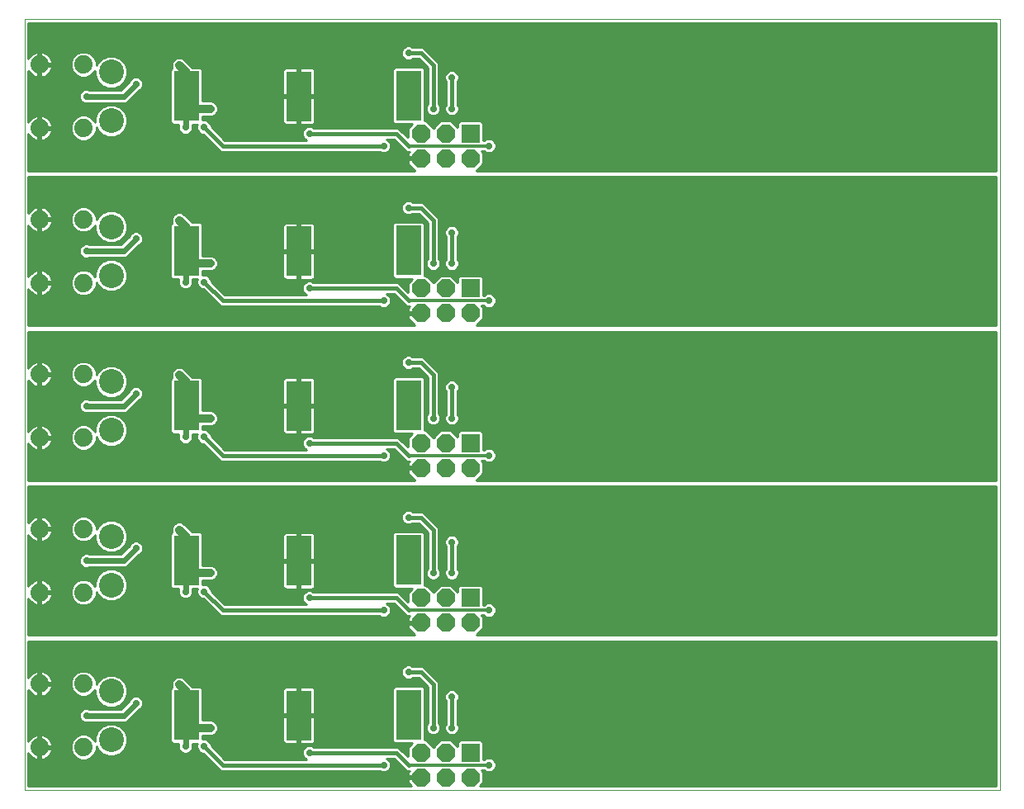
<source format=gbl>
G75*
G70*
%OFA0B0*%
%FSLAX24Y24*%
%IPPOS*%
%LPD*%
%AMOC8*
5,1,8,0,0,1.08239X$1,22.5*
%
%ADD10C,0.0000*%
%ADD11R,0.0740X0.0740*%
%ADD12OC8,0.0740*%
%ADD13C,0.0740*%
%ADD14R,0.1000X0.2000*%
%ADD15C,0.1000*%
%ADD16C,0.0277*%
%ADD17C,0.0240*%
%ADD18C,0.0320*%
%ADD19C,0.0120*%
%ADD20C,0.0160*%
%ADD21C,0.0100*%
D10*
X000151Y001048D02*
X000151Y032169D01*
X039521Y032169D01*
X039521Y001048D01*
X000151Y001048D01*
D11*
X018151Y002548D03*
X018151Y008798D03*
X018151Y015048D03*
X018151Y021298D03*
X018151Y027548D03*
D12*
X017151Y027548D03*
X017151Y026548D03*
X018151Y026548D03*
X016151Y026548D03*
X016151Y027548D03*
X016151Y021298D03*
X016151Y020298D03*
X017151Y020298D03*
X018151Y020298D03*
X017151Y021298D03*
X017151Y015048D03*
X017151Y014048D03*
X018151Y014048D03*
X016151Y014048D03*
X016151Y015048D03*
X016151Y008798D03*
X016151Y007798D03*
X017151Y007798D03*
X018151Y007798D03*
X017151Y008798D03*
X017151Y002548D03*
X017151Y001548D03*
X018151Y001548D03*
X016151Y001548D03*
X016151Y002548D03*
D13*
X002541Y002768D03*
X000761Y002768D03*
X000761Y005328D03*
X002541Y005328D03*
X002541Y009018D03*
X000761Y009018D03*
X000761Y011578D03*
X002541Y011578D03*
X002541Y015268D03*
X000761Y015268D03*
X000761Y017828D03*
X002541Y017828D03*
X002541Y021518D03*
X000761Y021518D03*
X000761Y024078D03*
X002541Y024078D03*
X002541Y027768D03*
X000761Y027768D03*
X000761Y030328D03*
X002541Y030328D03*
D14*
X006698Y029056D03*
X011230Y029048D03*
X015659Y029076D03*
X015659Y022826D03*
X011230Y022798D03*
X006698Y022806D03*
X006698Y016556D03*
X011230Y016548D03*
X015659Y016576D03*
X015659Y010326D03*
X011230Y010298D03*
X006698Y010306D03*
X006698Y004056D03*
X011230Y004048D03*
X015659Y004076D03*
D15*
X003651Y005032D03*
X003651Y003064D03*
X003651Y009314D03*
X003651Y011282D03*
X003651Y015564D03*
X003651Y017532D03*
X003651Y021814D03*
X003651Y023782D03*
X003651Y028064D03*
X003651Y030032D03*
D16*
X004651Y029548D03*
X006401Y030298D03*
X007651Y028548D03*
X007401Y027798D03*
X006651Y027798D03*
X010401Y028048D03*
X011651Y027548D03*
X014651Y027048D03*
X016651Y028548D03*
X017401Y028548D03*
X017401Y029798D03*
X018651Y030548D03*
X020151Y031298D03*
X018651Y028548D03*
X018901Y027048D03*
X020151Y026548D03*
X020151Y025048D03*
X018651Y024298D03*
X017401Y023548D03*
X017401Y022298D03*
X016651Y022298D03*
X014651Y020798D03*
X014151Y018548D03*
X015651Y018298D03*
X017401Y017298D03*
X017401Y016048D03*
X016651Y016048D03*
X014651Y014548D03*
X014151Y012298D03*
X015651Y012048D03*
X017401Y011048D03*
X017401Y009798D03*
X016651Y009798D03*
X014651Y008298D03*
X014151Y006048D03*
X015651Y005798D03*
X017401Y004798D03*
X017401Y003548D03*
X016651Y003548D03*
X014651Y002048D03*
X011651Y002548D03*
X010401Y003048D03*
X010651Y005548D03*
X011651Y005548D03*
X011651Y008798D03*
X010401Y009298D03*
X007651Y009798D03*
X007401Y009048D03*
X006651Y009048D03*
X004651Y010798D03*
X006401Y011548D03*
X002651Y010298D03*
X006401Y005298D03*
X004651Y004548D03*
X002651Y004048D03*
X006651Y002798D03*
X007401Y002798D03*
X007651Y003548D03*
X010651Y011798D03*
X011651Y011798D03*
X011651Y015048D03*
X010401Y015548D03*
X007651Y016048D03*
X007401Y015298D03*
X006651Y015298D03*
X004651Y017048D03*
X006401Y017798D03*
X002651Y016548D03*
X006651Y021548D03*
X007401Y021548D03*
X007651Y022298D03*
X006401Y024048D03*
X004651Y023298D03*
X002651Y022798D03*
X002651Y029048D03*
X010651Y030548D03*
X011651Y030548D03*
X014151Y031048D03*
X015651Y030798D03*
X014151Y024798D03*
X015651Y024548D03*
X018651Y022298D03*
X018901Y020798D03*
X020151Y020298D03*
X020151Y018798D03*
X018651Y018048D03*
X018651Y016048D03*
X018901Y014548D03*
X020151Y014048D03*
X020151Y012548D03*
X018651Y011798D03*
X018651Y009798D03*
X018901Y008298D03*
X020151Y007798D03*
X020151Y006298D03*
X018651Y005548D03*
X018651Y003548D03*
X018901Y002048D03*
X020151Y001548D03*
X024651Y006298D03*
X029901Y006298D03*
X030401Y007798D03*
X033651Y006298D03*
X038401Y006298D03*
X038401Y008048D03*
X038401Y012548D03*
X038401Y014298D03*
X033651Y012548D03*
X030401Y014048D03*
X029901Y012548D03*
X024651Y012548D03*
X024651Y018798D03*
X029901Y018798D03*
X030401Y020298D03*
X033651Y018798D03*
X038401Y018798D03*
X038401Y020548D03*
X038401Y025048D03*
X038401Y026798D03*
X033651Y025048D03*
X030401Y026548D03*
X029901Y025048D03*
X024651Y025048D03*
X024651Y031298D03*
X029901Y031298D03*
X033651Y031298D03*
X038401Y031298D03*
X011651Y024298D03*
X010651Y024298D03*
X010401Y021798D03*
X011651Y021298D03*
X011651Y018048D03*
X010651Y018048D03*
X030401Y001548D03*
X038401Y001798D03*
D17*
X006651Y002798D02*
X006651Y004009D01*
X006698Y004056D01*
X006698Y005001D01*
X004651Y004548D02*
X004151Y004048D01*
X002651Y004048D01*
X006651Y009048D02*
X006651Y010259D01*
X006698Y010306D01*
X006698Y011251D01*
X004651Y010798D02*
X004151Y010298D01*
X002651Y010298D01*
X006651Y015298D02*
X006651Y016509D01*
X006698Y016556D01*
X006698Y017501D01*
X004651Y017048D02*
X004151Y016548D01*
X002651Y016548D01*
X006651Y021548D02*
X006651Y022759D01*
X006698Y022806D01*
X006698Y023751D01*
X004651Y023298D02*
X004151Y022798D01*
X002651Y022798D01*
X006651Y027798D02*
X006651Y029009D01*
X006698Y029056D01*
X006698Y030001D01*
X004651Y029548D02*
X004151Y029048D01*
X002651Y029048D01*
D18*
X006401Y030298D02*
X006698Y030001D01*
X007206Y028548D02*
X007651Y028548D01*
X006401Y024048D02*
X006698Y023751D01*
X007206Y022298D02*
X007651Y022298D01*
X006401Y017798D02*
X006698Y017501D01*
X007206Y016048D02*
X007651Y016048D01*
X006401Y011548D02*
X006698Y011251D01*
X007206Y009798D02*
X007651Y009798D01*
X006401Y005298D02*
X006698Y005001D01*
X007206Y003548D02*
X007651Y003548D01*
D19*
X015651Y002048D02*
X018901Y002048D01*
X018901Y008298D02*
X015651Y008298D01*
X015651Y014548D02*
X018901Y014548D01*
X018901Y020798D02*
X015651Y020798D01*
X015651Y027048D02*
X018901Y027048D01*
D20*
X017401Y028548D02*
X017401Y029798D01*
X016651Y030298D02*
X016151Y030798D01*
X015651Y030798D01*
X016651Y030298D02*
X016651Y028548D01*
X015151Y027548D02*
X011651Y027548D01*
X014651Y027048D02*
X008151Y027048D01*
X007401Y027798D01*
X007206Y028548D02*
X006698Y029056D01*
X006698Y022806D02*
X007206Y022298D01*
X007401Y021548D02*
X008151Y020798D01*
X014651Y020798D01*
X015151Y021298D02*
X011651Y021298D01*
X015151Y021298D02*
X015651Y020798D01*
X016651Y022298D02*
X016651Y024048D01*
X016151Y024548D01*
X015651Y024548D01*
X017401Y023548D02*
X017401Y022298D01*
X016151Y018298D02*
X015651Y018298D01*
X016151Y018298D02*
X016651Y017798D01*
X016651Y016048D01*
X017401Y016048D02*
X017401Y017298D01*
X015151Y015048D02*
X011651Y015048D01*
X014651Y014548D02*
X008151Y014548D01*
X007401Y015298D01*
X007206Y016048D02*
X006698Y016556D01*
X006698Y010306D02*
X007206Y009798D01*
X007401Y009048D02*
X008151Y008298D01*
X014651Y008298D01*
X015151Y008798D02*
X011651Y008798D01*
X015151Y008798D02*
X015651Y008298D01*
X016651Y009798D02*
X016651Y011548D01*
X016151Y012048D01*
X015651Y012048D01*
X017401Y011048D02*
X017401Y009798D01*
X016151Y005798D02*
X015651Y005798D01*
X016151Y005798D02*
X016651Y005298D01*
X016651Y003548D01*
X017401Y003548D02*
X017401Y004798D01*
X015151Y002548D02*
X011651Y002548D01*
X014651Y002048D02*
X008151Y002048D01*
X007401Y002798D01*
X007206Y003548D02*
X006698Y004056D01*
X015151Y002548D02*
X015651Y002048D01*
X015651Y014548D02*
X015151Y015048D01*
X015651Y027048D02*
X015151Y027548D01*
D21*
X015271Y027753D02*
X015631Y027753D01*
X015631Y027764D02*
X015631Y027393D01*
X015381Y027643D01*
X015246Y027778D01*
X011830Y027778D01*
X011815Y027793D01*
X011709Y027837D01*
X011594Y027837D01*
X011488Y027793D01*
X011406Y027712D01*
X011362Y027606D01*
X011362Y027491D01*
X011406Y027385D01*
X011488Y027303D01*
X011549Y027278D01*
X008246Y027278D01*
X007690Y027835D01*
X007690Y027856D01*
X007646Y027962D01*
X007565Y028043D01*
X007459Y028087D01*
X007348Y028087D01*
X007348Y028238D01*
X007713Y028238D01*
X007827Y028285D01*
X007914Y028373D01*
X007961Y028486D01*
X007961Y028610D01*
X007914Y028724D01*
X007827Y028811D01*
X007713Y028858D01*
X007348Y028858D01*
X007348Y030118D01*
X007261Y030206D01*
X006932Y030206D01*
X006577Y030561D01*
X006463Y030608D01*
X006339Y030608D01*
X006226Y030561D01*
X006138Y030474D01*
X006091Y030360D01*
X006091Y030236D01*
X006113Y030183D01*
X006048Y030118D01*
X006048Y027994D01*
X006136Y027906D01*
X006381Y027906D01*
X006381Y027901D01*
X006362Y027856D01*
X006362Y027741D01*
X006406Y027635D01*
X006488Y027553D01*
X006594Y027509D01*
X006709Y027509D01*
X006815Y027553D01*
X006896Y027635D01*
X006940Y027741D01*
X006940Y027856D01*
X006921Y027901D01*
X006921Y027906D01*
X007133Y027906D01*
X007112Y027856D01*
X007112Y027741D01*
X007156Y027635D01*
X007238Y027553D01*
X007344Y027509D01*
X007365Y027509D01*
X008056Y026818D01*
X008246Y026818D01*
X014473Y026818D01*
X014488Y026803D01*
X014594Y026759D01*
X014709Y026759D01*
X014815Y026803D01*
X014896Y026885D01*
X014940Y026991D01*
X014940Y027106D01*
X014896Y027212D01*
X014815Y027293D01*
X014754Y027318D01*
X015056Y027318D01*
X015556Y026818D01*
X015686Y026818D01*
X015631Y026764D01*
X015631Y026598D01*
X016101Y026598D01*
X016101Y026498D01*
X015631Y026498D01*
X015631Y026333D01*
X015916Y026048D01*
X000301Y026048D01*
X000301Y027526D01*
X000316Y027496D01*
X000365Y027429D01*
X000422Y027372D01*
X000489Y027323D01*
X000562Y027286D01*
X000639Y027261D01*
X000711Y027250D01*
X000711Y027718D01*
X000811Y027718D01*
X000811Y027250D01*
X000883Y027261D01*
X000961Y027286D01*
X001034Y027323D01*
X001100Y027372D01*
X001158Y027429D01*
X001206Y027496D01*
X001243Y027569D01*
X001268Y027646D01*
X001280Y027718D01*
X000811Y027718D01*
X000811Y027818D01*
X000711Y027818D01*
X000711Y028287D01*
X000639Y028275D01*
X000562Y028250D01*
X000489Y028213D01*
X000422Y028165D01*
X000365Y028107D01*
X000316Y028041D01*
X000301Y028011D01*
X000301Y030086D01*
X000316Y030056D01*
X000365Y029989D01*
X000422Y029932D01*
X000489Y029883D01*
X000562Y029846D01*
X000639Y029821D01*
X000711Y029810D01*
X000711Y030278D01*
X000811Y030278D01*
X000811Y029810D01*
X000883Y029821D01*
X000961Y029846D01*
X001034Y029883D01*
X001100Y029932D01*
X001158Y029989D01*
X001206Y030056D01*
X001243Y030129D01*
X001268Y030206D01*
X001280Y030278D01*
X000811Y030278D01*
X000811Y030378D01*
X000711Y030378D01*
X000711Y030847D01*
X000639Y030835D01*
X000562Y030810D01*
X000489Y030773D01*
X000422Y030725D01*
X000365Y030667D01*
X000316Y030601D01*
X000301Y030571D01*
X000301Y032019D01*
X039371Y032019D01*
X039371Y026048D01*
X018386Y026048D01*
X018671Y026333D01*
X018671Y026764D01*
X018596Y026838D01*
X018703Y026838D01*
X018738Y026803D01*
X018844Y026759D01*
X018959Y026759D01*
X019065Y026803D01*
X019146Y026885D01*
X019190Y026991D01*
X019190Y027106D01*
X019146Y027212D01*
X019065Y027293D01*
X018959Y027337D01*
X018844Y027337D01*
X018738Y027293D01*
X018703Y027258D01*
X018671Y027258D01*
X018671Y027980D01*
X018583Y028068D01*
X017719Y028068D01*
X017631Y027980D01*
X017631Y027803D01*
X017367Y028068D01*
X016936Y028068D01*
X016651Y027784D01*
X016367Y028068D01*
X016309Y028068D01*
X016309Y030138D01*
X016221Y030226D01*
X015097Y030226D01*
X015009Y030138D01*
X015009Y028014D01*
X015097Y027926D01*
X015793Y027926D01*
X015631Y027764D01*
X015631Y027655D02*
X015370Y027655D01*
X015468Y027556D02*
X015631Y027556D01*
X015631Y027458D02*
X015567Y027458D01*
X015720Y027852D02*
X007690Y027852D01*
X007651Y027951D02*
X010615Y027951D01*
X010610Y027956D02*
X010638Y027928D01*
X010672Y027908D01*
X010710Y027898D01*
X011180Y027898D01*
X011180Y028998D01*
X011280Y028998D01*
X011280Y027898D01*
X011750Y027898D01*
X011788Y027908D01*
X011822Y027928D01*
X011850Y027956D01*
X011870Y027990D01*
X011880Y028028D01*
X011880Y028998D01*
X011280Y028998D01*
X011280Y029098D01*
X011880Y029098D01*
X011880Y030068D01*
X011870Y030106D01*
X011850Y030140D01*
X011822Y030168D01*
X011788Y030188D01*
X011750Y030198D01*
X011280Y030198D01*
X011280Y029098D01*
X011180Y029098D01*
X011180Y028998D01*
X010580Y028998D01*
X010580Y028028D01*
X010590Y027990D01*
X010610Y027956D01*
X010580Y028049D02*
X007550Y028049D01*
X007348Y028148D02*
X010580Y028148D01*
X010580Y028246D02*
X007732Y028246D01*
X007886Y028345D02*
X010580Y028345D01*
X010580Y028443D02*
X007943Y028443D01*
X007961Y028542D02*
X010580Y028542D01*
X010580Y028640D02*
X007949Y028640D01*
X007899Y028739D02*
X010580Y028739D01*
X010580Y028837D02*
X007763Y028837D01*
X007348Y028936D02*
X010580Y028936D01*
X010580Y029098D02*
X011180Y029098D01*
X011180Y030198D01*
X010710Y030198D01*
X010672Y030188D01*
X010638Y030168D01*
X010610Y030140D01*
X010590Y030106D01*
X010580Y030068D01*
X010580Y029098D01*
X010580Y029133D02*
X007348Y029133D01*
X007348Y029034D02*
X011180Y029034D01*
X011180Y028936D02*
X011280Y028936D01*
X011280Y029034D02*
X015009Y029034D01*
X015009Y028936D02*
X011880Y028936D01*
X011880Y028837D02*
X015009Y028837D01*
X015009Y028739D02*
X011880Y028739D01*
X011880Y028640D02*
X015009Y028640D01*
X015009Y028542D02*
X011880Y028542D01*
X011880Y028443D02*
X015009Y028443D01*
X015009Y028345D02*
X011880Y028345D01*
X011880Y028246D02*
X015009Y028246D01*
X015009Y028148D02*
X011880Y028148D01*
X011880Y028049D02*
X015009Y028049D01*
X015072Y027951D02*
X011844Y027951D01*
X011448Y027753D02*
X007771Y027753D01*
X007870Y027655D02*
X011383Y027655D01*
X011362Y027556D02*
X007968Y027556D01*
X008067Y027458D02*
X011376Y027458D01*
X011432Y027359D02*
X008165Y027359D01*
X007810Y027064D02*
X000301Y027064D01*
X000301Y027162D02*
X007712Y027162D01*
X007613Y027261D02*
X002675Y027261D01*
X002645Y027248D02*
X002836Y027327D01*
X002982Y027474D01*
X003061Y027665D01*
X003061Y027790D01*
X003100Y027696D01*
X003283Y027513D01*
X003522Y027414D01*
X003780Y027414D01*
X004019Y027513D01*
X004202Y027696D01*
X004301Y027935D01*
X004301Y028193D01*
X004202Y028432D01*
X004019Y028615D01*
X003780Y028714D01*
X003522Y028714D01*
X003283Y028615D01*
X003100Y028432D01*
X003001Y028193D01*
X003001Y028016D01*
X002982Y028063D01*
X002836Y028209D01*
X002645Y028288D01*
X002438Y028288D01*
X002247Y028209D01*
X002100Y028063D01*
X002021Y027872D01*
X002021Y027665D01*
X002100Y027474D01*
X002247Y027327D01*
X002438Y027248D01*
X002645Y027248D01*
X002407Y027261D02*
X000881Y027261D01*
X000811Y027261D02*
X000711Y027261D01*
X000641Y027261D02*
X000301Y027261D01*
X000301Y027359D02*
X000439Y027359D01*
X000344Y027458D02*
X000301Y027458D01*
X000711Y027458D02*
X000811Y027458D01*
X000811Y027556D02*
X000711Y027556D01*
X000711Y027655D02*
X000811Y027655D01*
X000811Y027753D02*
X002021Y027753D01*
X002025Y027655D02*
X001270Y027655D01*
X001237Y027556D02*
X002066Y027556D01*
X002116Y027458D02*
X001178Y027458D01*
X001083Y027359D02*
X002215Y027359D01*
X002021Y027852D02*
X001274Y027852D01*
X001280Y027818D02*
X001268Y027890D01*
X001243Y027968D01*
X001206Y028041D01*
X001158Y028107D01*
X001100Y028165D01*
X001034Y028213D01*
X000961Y028250D01*
X000883Y028275D01*
X000811Y028287D01*
X000811Y027818D01*
X001280Y027818D01*
X001249Y027951D02*
X002054Y027951D01*
X002095Y028049D02*
X001200Y028049D01*
X001117Y028148D02*
X002185Y028148D01*
X002336Y028246D02*
X000968Y028246D01*
X000811Y028246D02*
X000711Y028246D01*
X000711Y028148D02*
X000811Y028148D01*
X000811Y028049D02*
X000711Y028049D01*
X000711Y027951D02*
X000811Y027951D01*
X000811Y027852D02*
X000711Y027852D01*
X000554Y028246D02*
X000301Y028246D01*
X000301Y028148D02*
X000405Y028148D01*
X000323Y028049D02*
X000301Y028049D01*
X000301Y028345D02*
X003064Y028345D01*
X003023Y028246D02*
X002746Y028246D01*
X002897Y028148D02*
X003001Y028148D01*
X002988Y028049D02*
X003001Y028049D01*
X003061Y027753D02*
X003076Y027753D01*
X003057Y027655D02*
X003141Y027655D01*
X003239Y027556D02*
X003016Y027556D01*
X002966Y027458D02*
X003416Y027458D01*
X003886Y027458D02*
X007416Y027458D01*
X007515Y027359D02*
X002868Y027359D01*
X003111Y028443D02*
X000301Y028443D01*
X000301Y028542D02*
X003210Y028542D01*
X003344Y028640D02*
X000301Y028640D01*
X000301Y028739D02*
X006048Y028739D01*
X006048Y028837D02*
X004322Y028837D01*
X004304Y028819D02*
X004769Y029285D01*
X004815Y029303D01*
X004896Y029385D01*
X004940Y029491D01*
X004940Y029606D01*
X004896Y029712D01*
X004815Y029793D01*
X004709Y029837D01*
X004594Y029837D01*
X004488Y029793D01*
X004406Y029712D01*
X004388Y029666D01*
X004039Y029318D01*
X002754Y029318D01*
X002709Y029337D01*
X002594Y029337D01*
X002488Y029293D01*
X002406Y029212D01*
X002362Y029106D01*
X002362Y028991D01*
X002406Y028885D01*
X002488Y028803D01*
X002594Y028759D01*
X002709Y028759D01*
X002754Y028778D01*
X004097Y028778D01*
X004205Y028778D01*
X004304Y028819D01*
X004421Y028936D02*
X006048Y028936D01*
X006048Y029034D02*
X004519Y029034D01*
X004618Y029133D02*
X006048Y029133D01*
X006048Y029232D02*
X004716Y029232D01*
X004841Y029330D02*
X006048Y029330D01*
X006048Y029429D02*
X004914Y029429D01*
X004940Y029527D02*
X006048Y029527D01*
X006048Y029626D02*
X004932Y029626D01*
X004883Y029724D02*
X006048Y029724D01*
X006048Y029823D02*
X004743Y029823D01*
X004560Y029823D02*
X004268Y029823D01*
X004301Y029903D02*
X004301Y030162D01*
X004202Y030401D01*
X004019Y030583D01*
X003780Y030682D01*
X003522Y030682D01*
X003283Y030583D01*
X003100Y030401D01*
X003061Y030306D01*
X003061Y030432D01*
X002982Y030623D01*
X002836Y030769D01*
X002645Y030848D01*
X002438Y030848D01*
X002247Y030769D01*
X002100Y030623D01*
X002021Y030432D01*
X002021Y030225D01*
X002100Y030034D01*
X002247Y029887D01*
X002438Y029808D01*
X002645Y029808D01*
X002836Y029887D01*
X002982Y030034D01*
X003001Y030080D01*
X003001Y029903D01*
X003100Y029664D01*
X003283Y029481D01*
X003522Y029382D01*
X003780Y029382D01*
X004019Y029481D01*
X004202Y029664D01*
X004301Y029903D01*
X004301Y029921D02*
X006048Y029921D01*
X006048Y030020D02*
X004301Y030020D01*
X004301Y030118D02*
X006049Y030118D01*
X006099Y030217D02*
X004278Y030217D01*
X004237Y030316D02*
X006091Y030316D01*
X006114Y030414D02*
X004189Y030414D01*
X004090Y030513D02*
X006177Y030513D01*
X006625Y030513D02*
X015586Y030513D01*
X015594Y030509D02*
X015709Y030509D01*
X015815Y030553D01*
X015830Y030568D01*
X016056Y030568D01*
X016421Y030203D01*
X016421Y028727D01*
X016406Y028712D01*
X016362Y028606D01*
X016362Y028491D01*
X016406Y028385D01*
X016488Y028303D01*
X016594Y028259D01*
X016709Y028259D01*
X016815Y028303D01*
X016896Y028385D01*
X016940Y028491D01*
X016940Y028606D01*
X016896Y028712D01*
X016881Y028727D01*
X016881Y030203D01*
X016881Y030393D01*
X016381Y030893D01*
X016246Y031028D01*
X015830Y031028D01*
X015815Y031043D01*
X015709Y031087D01*
X015594Y031087D01*
X015488Y031043D01*
X015406Y030962D01*
X015362Y030856D01*
X015362Y030741D01*
X015406Y030635D01*
X015488Y030553D01*
X015594Y030509D01*
X015716Y030513D02*
X016111Y030513D01*
X016210Y030414D02*
X006724Y030414D01*
X006822Y030316D02*
X016309Y030316D01*
X016230Y030217D02*
X016407Y030217D01*
X016421Y030118D02*
X016309Y030118D01*
X016309Y030020D02*
X016421Y030020D01*
X016421Y029921D02*
X016309Y029921D01*
X016309Y029823D02*
X016421Y029823D01*
X016421Y029724D02*
X016309Y029724D01*
X016309Y029626D02*
X016421Y029626D01*
X016421Y029527D02*
X016309Y029527D01*
X016309Y029429D02*
X016421Y029429D01*
X016421Y029330D02*
X016309Y029330D01*
X016309Y029232D02*
X016421Y029232D01*
X016421Y029133D02*
X016309Y029133D01*
X016309Y029034D02*
X016421Y029034D01*
X016421Y028936D02*
X016309Y028936D01*
X016309Y028837D02*
X016421Y028837D01*
X016421Y028739D02*
X016309Y028739D01*
X016309Y028640D02*
X016377Y028640D01*
X016362Y028542D02*
X016309Y028542D01*
X016309Y028443D02*
X016382Y028443D01*
X016446Y028345D02*
X016309Y028345D01*
X016309Y028246D02*
X039371Y028246D01*
X039371Y028148D02*
X016309Y028148D01*
X016386Y028049D02*
X016917Y028049D01*
X016818Y027951D02*
X016484Y027951D01*
X016583Y027852D02*
X016720Y027852D01*
X017238Y028303D02*
X017344Y028259D01*
X017459Y028259D01*
X017565Y028303D01*
X017646Y028385D01*
X017690Y028491D01*
X017690Y028606D01*
X017646Y028712D01*
X017631Y028726D01*
X017631Y029620D01*
X017646Y029635D01*
X017690Y029741D01*
X017690Y029856D01*
X017646Y029962D01*
X017565Y030043D01*
X017459Y030087D01*
X017344Y030087D01*
X017238Y030043D01*
X017156Y029962D01*
X017112Y029856D01*
X017112Y029741D01*
X017156Y029635D01*
X017171Y029620D01*
X017171Y028726D01*
X017156Y028712D01*
X017112Y028606D01*
X017112Y028491D01*
X017156Y028385D01*
X017238Y028303D01*
X017196Y028345D02*
X016856Y028345D01*
X016920Y028443D02*
X017132Y028443D01*
X017112Y028542D02*
X016940Y028542D01*
X016926Y028640D02*
X017127Y028640D01*
X017171Y028739D02*
X016881Y028739D01*
X016881Y028837D02*
X017171Y028837D01*
X017171Y028936D02*
X016881Y028936D01*
X016881Y029034D02*
X017171Y029034D01*
X017171Y029133D02*
X016881Y029133D01*
X016881Y029232D02*
X017171Y029232D01*
X017171Y029330D02*
X016881Y029330D01*
X016881Y029429D02*
X017171Y029429D01*
X017171Y029527D02*
X016881Y029527D01*
X016881Y029626D02*
X017165Y029626D01*
X017119Y029724D02*
X016881Y029724D01*
X016881Y029823D02*
X017112Y029823D01*
X017140Y029921D02*
X016881Y029921D01*
X016881Y030020D02*
X017215Y030020D01*
X016881Y030118D02*
X039371Y030118D01*
X039371Y030020D02*
X017588Y030020D01*
X017663Y029921D02*
X039371Y029921D01*
X039371Y029823D02*
X017690Y029823D01*
X017683Y029724D02*
X039371Y029724D01*
X039371Y029626D02*
X017637Y029626D01*
X017631Y029527D02*
X039371Y029527D01*
X039371Y029429D02*
X017631Y029429D01*
X017631Y029330D02*
X039371Y029330D01*
X039371Y029232D02*
X017631Y029232D01*
X017631Y029133D02*
X039371Y029133D01*
X039371Y029034D02*
X017631Y029034D01*
X017631Y028936D02*
X039371Y028936D01*
X039371Y028837D02*
X017631Y028837D01*
X017631Y028739D02*
X039371Y028739D01*
X039371Y028640D02*
X017676Y028640D01*
X017690Y028542D02*
X039371Y028542D01*
X039371Y028443D02*
X017670Y028443D01*
X017606Y028345D02*
X039371Y028345D01*
X039371Y028049D02*
X018602Y028049D01*
X018671Y027951D02*
X039371Y027951D01*
X039371Y027852D02*
X018671Y027852D01*
X018671Y027753D02*
X039371Y027753D01*
X039371Y027655D02*
X018671Y027655D01*
X018671Y027556D02*
X039371Y027556D01*
X039371Y027458D02*
X018671Y027458D01*
X018671Y027359D02*
X039371Y027359D01*
X039371Y027261D02*
X019097Y027261D01*
X019166Y027162D02*
X039371Y027162D01*
X039371Y027064D02*
X019190Y027064D01*
X019179Y026965D02*
X039371Y026965D01*
X039371Y026867D02*
X019128Y026867D01*
X018979Y026768D02*
X039371Y026768D01*
X039371Y026669D02*
X018671Y026669D01*
X018671Y026571D02*
X039371Y026571D01*
X039371Y026472D02*
X018671Y026472D01*
X018671Y026374D02*
X039371Y026374D01*
X039371Y026275D02*
X018614Y026275D01*
X018515Y026177D02*
X039371Y026177D01*
X039371Y026078D02*
X018416Y026078D01*
X018667Y026768D02*
X018823Y026768D01*
X018705Y027261D02*
X018671Y027261D01*
X017631Y027852D02*
X017583Y027852D01*
X017631Y027951D02*
X017484Y027951D01*
X017386Y028049D02*
X017700Y028049D01*
X016101Y026571D02*
X000301Y026571D01*
X000301Y026669D02*
X015631Y026669D01*
X015636Y026768D02*
X014729Y026768D01*
X014573Y026768D02*
X000301Y026768D01*
X000301Y026867D02*
X008008Y026867D01*
X007909Y026965D02*
X000301Y026965D01*
X000711Y027359D02*
X000811Y027359D01*
X000301Y026472D02*
X015631Y026472D01*
X015631Y026374D02*
X000301Y026374D01*
X000301Y026275D02*
X015689Y026275D01*
X015787Y026177D02*
X000301Y026177D01*
X000301Y026078D02*
X015886Y026078D01*
X015508Y026867D02*
X014878Y026867D01*
X014929Y026965D02*
X015409Y026965D01*
X015310Y027064D02*
X014940Y027064D01*
X014916Y027162D02*
X015212Y027162D01*
X015113Y027261D02*
X014847Y027261D01*
X015009Y029133D02*
X011880Y029133D01*
X011880Y029232D02*
X015009Y029232D01*
X015009Y029330D02*
X011880Y029330D01*
X011880Y029429D02*
X015009Y029429D01*
X015009Y029527D02*
X011880Y029527D01*
X011880Y029626D02*
X015009Y029626D01*
X015009Y029724D02*
X011880Y029724D01*
X011880Y029823D02*
X015009Y029823D01*
X015009Y029921D02*
X011880Y029921D01*
X011880Y030020D02*
X015009Y030020D01*
X015009Y030118D02*
X011863Y030118D01*
X011280Y030118D02*
X011180Y030118D01*
X011180Y030020D02*
X011280Y030020D01*
X011280Y029921D02*
X011180Y029921D01*
X011180Y029823D02*
X011280Y029823D01*
X011280Y029724D02*
X011180Y029724D01*
X011180Y029626D02*
X011280Y029626D01*
X011280Y029527D02*
X011180Y029527D01*
X011180Y029429D02*
X011280Y029429D01*
X011280Y029330D02*
X011180Y029330D01*
X011180Y029232D02*
X011280Y029232D01*
X011280Y029133D02*
X011180Y029133D01*
X011180Y028837D02*
X011280Y028837D01*
X011280Y028739D02*
X011180Y028739D01*
X011180Y028640D02*
X011280Y028640D01*
X011280Y028542D02*
X011180Y028542D01*
X011180Y028443D02*
X011280Y028443D01*
X011280Y028345D02*
X011180Y028345D01*
X011180Y028246D02*
X011280Y028246D01*
X011280Y028148D02*
X011180Y028148D01*
X011180Y028049D02*
X011280Y028049D01*
X011280Y027951D02*
X011180Y027951D01*
X010580Y029232D02*
X007348Y029232D01*
X007348Y029330D02*
X010580Y029330D01*
X010580Y029429D02*
X007348Y029429D01*
X007348Y029527D02*
X010580Y029527D01*
X010580Y029626D02*
X007348Y029626D01*
X007348Y029724D02*
X010580Y029724D01*
X010580Y029823D02*
X007348Y029823D01*
X007348Y029921D02*
X010580Y029921D01*
X010580Y030020D02*
X007348Y030020D01*
X007348Y030118D02*
X010597Y030118D01*
X007235Y027556D02*
X006818Y027556D01*
X006904Y027655D02*
X007148Y027655D01*
X007112Y027753D02*
X006940Y027753D01*
X006940Y027852D02*
X007112Y027852D01*
X006485Y027556D02*
X004063Y027556D01*
X004161Y027655D02*
X006398Y027655D01*
X006362Y027753D02*
X004226Y027753D01*
X004267Y027852D02*
X006362Y027852D01*
X006092Y027951D02*
X004301Y027951D01*
X004301Y028049D02*
X006048Y028049D01*
X006048Y028148D02*
X004301Y028148D01*
X004279Y028246D02*
X006048Y028246D01*
X006048Y028345D02*
X004238Y028345D01*
X004191Y028443D02*
X006048Y028443D01*
X006048Y028542D02*
X004093Y028542D01*
X003958Y028640D02*
X006048Y028640D01*
X006921Y030217D02*
X015088Y030217D01*
X015430Y030611D02*
X003952Y030611D01*
X003350Y030611D02*
X002987Y030611D01*
X003028Y030513D02*
X003212Y030513D01*
X003114Y030414D02*
X003061Y030414D01*
X003061Y030316D02*
X003065Y030316D01*
X003001Y030020D02*
X002968Y030020D01*
X003001Y029921D02*
X002870Y029921D01*
X003034Y029823D02*
X002680Y029823D01*
X002402Y029823D02*
X000889Y029823D01*
X000811Y029823D02*
X000711Y029823D01*
X000634Y029823D02*
X000301Y029823D01*
X000301Y029921D02*
X000436Y029921D01*
X000342Y030020D02*
X000301Y030020D01*
X000301Y029724D02*
X003075Y029724D01*
X003139Y029626D02*
X000301Y029626D01*
X000301Y029527D02*
X003237Y029527D01*
X003410Y029429D02*
X000301Y029429D01*
X000301Y029330D02*
X002577Y029330D01*
X002725Y029330D02*
X004051Y029330D01*
X004150Y029429D02*
X003892Y029429D01*
X004065Y029527D02*
X004248Y029527D01*
X004164Y029626D02*
X004347Y029626D01*
X004419Y029724D02*
X004227Y029724D01*
X002895Y030710D02*
X015375Y030710D01*
X015362Y030808D02*
X002741Y030808D01*
X002341Y030808D02*
X000964Y030808D01*
X000961Y030810D02*
X000883Y030835D01*
X000811Y030847D01*
X000811Y030378D01*
X001280Y030378D01*
X001268Y030450D01*
X001243Y030528D01*
X001206Y030601D01*
X001158Y030667D01*
X001100Y030725D01*
X001034Y030773D01*
X000961Y030810D01*
X000811Y030808D02*
X000711Y030808D01*
X000711Y030710D02*
X000811Y030710D01*
X000811Y030611D02*
X000711Y030611D01*
X000711Y030513D02*
X000811Y030513D01*
X000811Y030414D02*
X000711Y030414D01*
X000811Y030316D02*
X002021Y030316D01*
X002021Y030414D02*
X001274Y030414D01*
X001248Y030513D02*
X002055Y030513D01*
X002096Y030611D02*
X001198Y030611D01*
X001115Y030710D02*
X002187Y030710D01*
X002024Y030217D02*
X001270Y030217D01*
X001238Y030118D02*
X002065Y030118D01*
X002114Y030020D02*
X001180Y030020D01*
X001086Y029921D02*
X002213Y029921D01*
X002426Y029232D02*
X000301Y029232D01*
X000301Y029133D02*
X002374Y029133D01*
X002362Y029034D02*
X000301Y029034D01*
X000301Y028936D02*
X002385Y028936D01*
X002454Y028837D02*
X000301Y028837D01*
X000711Y029921D02*
X000811Y029921D01*
X000811Y030020D02*
X000711Y030020D01*
X000711Y030118D02*
X000811Y030118D01*
X000811Y030217D02*
X000711Y030217D01*
X000324Y030611D02*
X000301Y030611D01*
X000301Y030710D02*
X000407Y030710D01*
X000301Y030808D02*
X000558Y030808D01*
X000301Y030907D02*
X015384Y030907D01*
X015450Y031005D02*
X000301Y031005D01*
X000301Y031104D02*
X039371Y031104D01*
X039371Y031202D02*
X000301Y031202D01*
X000301Y031301D02*
X039371Y031301D01*
X039371Y031400D02*
X000301Y031400D01*
X000301Y031498D02*
X039371Y031498D01*
X039371Y031597D02*
X000301Y031597D01*
X000301Y031695D02*
X039371Y031695D01*
X039371Y031794D02*
X000301Y031794D01*
X000301Y031892D02*
X039371Y031892D01*
X039371Y031991D02*
X000301Y031991D01*
X000301Y025794D02*
X039371Y025794D01*
X039371Y019798D01*
X018386Y019798D01*
X018671Y020083D01*
X018671Y020514D01*
X018596Y020588D01*
X018703Y020588D01*
X018738Y020553D01*
X018844Y020509D01*
X018959Y020509D01*
X019065Y020553D01*
X019146Y020635D01*
X019190Y020741D01*
X019190Y020856D01*
X019146Y020962D01*
X019065Y021043D01*
X018959Y021087D01*
X018844Y021087D01*
X018738Y021043D01*
X018703Y021008D01*
X018671Y021008D01*
X018671Y021730D01*
X018583Y021818D01*
X017719Y021818D01*
X017631Y021730D01*
X017631Y021553D01*
X017367Y021818D01*
X016936Y021818D01*
X016651Y021534D01*
X016367Y021818D01*
X016309Y021818D01*
X016309Y023888D01*
X016221Y023976D01*
X015097Y023976D01*
X015009Y023888D01*
X015009Y021764D01*
X015097Y021676D01*
X015793Y021676D01*
X015631Y021514D01*
X015631Y021143D01*
X015381Y021393D01*
X015246Y021528D01*
X011830Y021528D01*
X011815Y021543D01*
X011709Y021587D01*
X011594Y021587D01*
X011488Y021543D01*
X011406Y021462D01*
X011362Y021356D01*
X011362Y021241D01*
X011406Y021135D01*
X011488Y021053D01*
X011549Y021028D01*
X008246Y021028D01*
X007690Y021585D01*
X007690Y021606D01*
X007646Y021712D01*
X007565Y021793D01*
X007459Y021837D01*
X007348Y021837D01*
X007348Y021988D01*
X007713Y021988D01*
X007827Y022035D01*
X007914Y022123D01*
X007961Y022236D01*
X007961Y022360D01*
X007914Y022474D01*
X007827Y022561D01*
X007713Y022608D01*
X007348Y022608D01*
X007348Y023868D01*
X007261Y023956D01*
X006932Y023956D01*
X006577Y024311D01*
X006463Y024358D01*
X006339Y024358D01*
X006226Y024311D01*
X006138Y024224D01*
X006091Y024110D01*
X006091Y023986D01*
X006113Y023933D01*
X006048Y023868D01*
X006048Y021744D01*
X006136Y021656D01*
X006381Y021656D01*
X006381Y021651D01*
X006362Y021606D01*
X006362Y021491D01*
X006406Y021385D01*
X006488Y021303D01*
X006594Y021259D01*
X006709Y021259D01*
X006815Y021303D01*
X006896Y021385D01*
X006940Y021491D01*
X006940Y021606D01*
X006921Y021651D01*
X006921Y021656D01*
X007133Y021656D01*
X007112Y021606D01*
X007112Y021491D01*
X007156Y021385D01*
X007238Y021303D01*
X007344Y021259D01*
X007365Y021259D01*
X008056Y020568D01*
X008246Y020568D01*
X014473Y020568D01*
X014488Y020553D01*
X014594Y020509D01*
X014709Y020509D01*
X014815Y020553D01*
X014896Y020635D01*
X014940Y020741D01*
X014940Y020856D01*
X014896Y020962D01*
X014815Y021043D01*
X014754Y021068D01*
X015056Y021068D01*
X015556Y020568D01*
X015686Y020568D01*
X015631Y020514D01*
X015631Y020348D01*
X016101Y020348D01*
X016101Y020248D01*
X015631Y020248D01*
X015631Y020083D01*
X015916Y019798D01*
X000301Y019798D01*
X000301Y021276D01*
X000316Y021246D01*
X000365Y021179D01*
X000422Y021122D01*
X000489Y021073D01*
X000562Y021036D01*
X000639Y021011D01*
X000711Y021000D01*
X000711Y021468D01*
X000811Y021468D01*
X000811Y021000D01*
X000883Y021011D01*
X000961Y021036D01*
X001034Y021073D01*
X001100Y021122D01*
X001158Y021179D01*
X001206Y021246D01*
X001243Y021319D01*
X001268Y021396D01*
X001280Y021468D01*
X000811Y021468D01*
X000811Y021568D01*
X000711Y021568D01*
X000711Y022037D01*
X000639Y022025D01*
X000562Y022000D01*
X000489Y021963D01*
X000422Y021915D01*
X000365Y021857D01*
X000316Y021791D01*
X000301Y021761D01*
X000301Y023836D01*
X000316Y023806D01*
X000365Y023739D01*
X000422Y023682D01*
X000489Y023633D01*
X000562Y023596D01*
X000639Y023571D01*
X000711Y023560D01*
X000711Y024028D01*
X000811Y024028D01*
X000811Y023560D01*
X000883Y023571D01*
X000961Y023596D01*
X001034Y023633D01*
X001100Y023682D01*
X001158Y023739D01*
X001206Y023806D01*
X001243Y023879D01*
X001268Y023956D01*
X001280Y024028D01*
X000811Y024028D01*
X000811Y024128D01*
X000711Y024128D01*
X000711Y024597D01*
X000639Y024585D01*
X000562Y024560D01*
X000489Y024523D01*
X000422Y024475D01*
X000365Y024417D01*
X000316Y024351D01*
X000301Y024321D01*
X000301Y025794D01*
X000301Y025783D02*
X039371Y025783D01*
X039371Y025684D02*
X000301Y025684D01*
X000301Y025585D02*
X039371Y025585D01*
X039371Y025487D02*
X000301Y025487D01*
X000301Y025388D02*
X039371Y025388D01*
X039371Y025290D02*
X000301Y025290D01*
X000301Y025191D02*
X039371Y025191D01*
X039371Y025093D02*
X000301Y025093D01*
X000301Y024994D02*
X039371Y024994D01*
X039371Y024896D02*
X000301Y024896D01*
X000301Y024797D02*
X015498Y024797D01*
X015488Y024793D02*
X015406Y024712D01*
X015362Y024606D01*
X015362Y024491D01*
X015406Y024385D01*
X015488Y024303D01*
X015594Y024259D01*
X015709Y024259D01*
X015815Y024303D01*
X015830Y024318D01*
X016056Y024318D01*
X016421Y023953D01*
X016421Y022477D01*
X016406Y022462D01*
X016362Y022356D01*
X016362Y022241D01*
X016406Y022135D01*
X016488Y022053D01*
X016594Y022009D01*
X016709Y022009D01*
X016815Y022053D01*
X016896Y022135D01*
X016940Y022241D01*
X016940Y022356D01*
X016896Y022462D01*
X016881Y022477D01*
X016881Y023953D01*
X016881Y024143D01*
X016381Y024643D01*
X016246Y024778D01*
X015830Y024778D01*
X015815Y024793D01*
X015709Y024837D01*
X015594Y024837D01*
X015488Y024793D01*
X015401Y024699D02*
X000301Y024699D01*
X000301Y024600D02*
X015362Y024600D01*
X015362Y024501D02*
X002853Y024501D01*
X002836Y024519D02*
X002645Y024598D01*
X002438Y024598D01*
X002247Y024519D01*
X002100Y024373D01*
X002021Y024182D01*
X002021Y023975D01*
X002100Y023784D01*
X002247Y023637D01*
X002438Y023558D01*
X002645Y023558D01*
X002836Y023637D01*
X002982Y023784D01*
X003001Y023830D01*
X003001Y023653D01*
X003100Y023414D01*
X003283Y023231D01*
X003522Y023132D01*
X003780Y023132D01*
X004019Y023231D01*
X004202Y023414D01*
X004301Y023653D01*
X004301Y023912D01*
X004202Y024151D01*
X004019Y024333D01*
X003780Y024432D01*
X003522Y024432D01*
X003283Y024333D01*
X003100Y024151D01*
X003061Y024056D01*
X003061Y024182D01*
X002982Y024373D01*
X002836Y024519D01*
X002952Y024403D02*
X003451Y024403D01*
X003254Y024304D02*
X003010Y024304D01*
X003051Y024206D02*
X003155Y024206D01*
X003082Y024107D02*
X003061Y024107D01*
X003001Y023812D02*
X002994Y023812D01*
X003001Y023713D02*
X002911Y023713D01*
X003017Y023615D02*
X002781Y023615D01*
X003058Y023516D02*
X000301Y023516D01*
X000301Y023418D02*
X003099Y023418D01*
X003195Y023319D02*
X000301Y023319D01*
X000301Y023220D02*
X003309Y023220D01*
X002754Y023068D02*
X002709Y023087D01*
X002594Y023087D01*
X002488Y023043D01*
X002406Y022962D01*
X002362Y022856D01*
X002362Y022741D01*
X002406Y022635D01*
X002488Y022553D01*
X002594Y022509D01*
X002709Y022509D01*
X002754Y022528D01*
X004097Y022528D01*
X004205Y022528D01*
X004304Y022569D01*
X004769Y023035D01*
X004815Y023053D01*
X004896Y023135D01*
X004940Y023241D01*
X004940Y023356D01*
X004896Y023462D01*
X004815Y023543D01*
X004709Y023587D01*
X004594Y023587D01*
X004488Y023543D01*
X004406Y023462D01*
X004388Y023416D01*
X004039Y023068D01*
X002754Y023068D01*
X002468Y023023D02*
X000301Y023023D01*
X000301Y022925D02*
X002391Y022925D01*
X002362Y022826D02*
X000301Y022826D01*
X000301Y022728D02*
X002368Y022728D01*
X002412Y022629D02*
X000301Y022629D01*
X000301Y022531D02*
X002543Y022531D01*
X002645Y022038D02*
X002438Y022038D01*
X002247Y021959D01*
X002100Y021813D01*
X002021Y021622D01*
X002021Y021415D01*
X002100Y021224D01*
X002247Y021077D01*
X002438Y020998D01*
X002645Y020998D01*
X002836Y021077D01*
X002982Y021224D01*
X003061Y021415D01*
X003061Y021540D01*
X003100Y021446D01*
X003283Y021263D01*
X003522Y021164D01*
X003780Y021164D01*
X004019Y021263D01*
X004202Y021446D01*
X004301Y021685D01*
X004301Y021943D01*
X004202Y022182D01*
X004019Y022365D01*
X003780Y022464D01*
X003522Y022464D01*
X003283Y022365D01*
X003100Y022182D01*
X003001Y021943D01*
X003001Y021766D01*
X002982Y021813D01*
X002836Y021959D01*
X002645Y022038D01*
X003040Y022038D01*
X003001Y021939D02*
X002855Y021939D01*
X002954Y021841D02*
X003001Y021841D01*
X003081Y022136D02*
X000301Y022136D01*
X000301Y022038D02*
X002437Y022038D01*
X002227Y021939D02*
X001066Y021939D01*
X001034Y021963D02*
X000961Y022000D01*
X000883Y022025D01*
X000811Y022037D01*
X000811Y021568D01*
X001280Y021568D01*
X001268Y021640D01*
X001243Y021718D01*
X001206Y021791D01*
X001158Y021857D01*
X001100Y021915D01*
X001034Y021963D01*
X001170Y021841D02*
X002128Y021841D01*
X002071Y021742D02*
X001231Y021742D01*
X001267Y021644D02*
X002030Y021644D01*
X002021Y021545D02*
X000811Y021545D01*
X000811Y021447D02*
X000711Y021447D01*
X000711Y021348D02*
X000811Y021348D01*
X000811Y021250D02*
X000711Y021250D01*
X000711Y021151D02*
X000811Y021151D01*
X000811Y021052D02*
X000711Y021052D01*
X000530Y021052D02*
X000301Y021052D01*
X000301Y020954D02*
X007670Y020954D01*
X007572Y021052D02*
X002776Y021052D01*
X002909Y021151D02*
X007473Y021151D01*
X007375Y021250D02*
X003987Y021250D01*
X004105Y021348D02*
X006443Y021348D01*
X006381Y021447D02*
X004203Y021447D01*
X004243Y021545D02*
X006362Y021545D01*
X006378Y021644D02*
X004284Y021644D01*
X004301Y021742D02*
X006050Y021742D01*
X006048Y021841D02*
X004301Y021841D01*
X004301Y021939D02*
X006048Y021939D01*
X006048Y022038D02*
X004262Y022038D01*
X004221Y022136D02*
X006048Y022136D01*
X006048Y022235D02*
X004149Y022235D01*
X004051Y022334D02*
X006048Y022334D01*
X006048Y022432D02*
X003857Y022432D01*
X004211Y022531D02*
X006048Y022531D01*
X006048Y022629D02*
X004364Y022629D01*
X004462Y022728D02*
X006048Y022728D01*
X006048Y022826D02*
X004561Y022826D01*
X004660Y022925D02*
X006048Y022925D01*
X006048Y023023D02*
X004758Y023023D01*
X004883Y023122D02*
X006048Y023122D01*
X006048Y023220D02*
X004931Y023220D01*
X004940Y023319D02*
X006048Y023319D01*
X006048Y023418D02*
X004914Y023418D01*
X004842Y023516D02*
X006048Y023516D01*
X006048Y023615D02*
X004285Y023615D01*
X004301Y023713D02*
X006048Y023713D01*
X006048Y023812D02*
X004301Y023812D01*
X004301Y023910D02*
X006091Y023910D01*
X006091Y024009D02*
X004261Y024009D01*
X004220Y024107D02*
X006091Y024107D01*
X006131Y024206D02*
X004147Y024206D01*
X004048Y024304D02*
X006219Y024304D01*
X006583Y024304D02*
X015487Y024304D01*
X015399Y024403D02*
X003852Y024403D01*
X004244Y023516D02*
X004461Y023516D01*
X004388Y023418D02*
X004204Y023418D01*
X004290Y023319D02*
X004107Y023319D01*
X004192Y023220D02*
X003993Y023220D01*
X004093Y023122D02*
X000301Y023122D01*
X000301Y023615D02*
X000526Y023615D01*
X000391Y023713D02*
X000301Y023713D01*
X000301Y023812D02*
X000313Y023812D01*
X000711Y023812D02*
X000811Y023812D01*
X000811Y023910D02*
X000711Y023910D01*
X000711Y024009D02*
X000811Y024009D01*
X000811Y024107D02*
X002021Y024107D01*
X002021Y024009D02*
X001277Y024009D01*
X001253Y023910D02*
X002048Y023910D01*
X002089Y023812D02*
X001209Y023812D01*
X001132Y023713D02*
X002171Y023713D01*
X002302Y023615D02*
X000997Y023615D01*
X000811Y023615D02*
X000711Y023615D01*
X000711Y023713D02*
X000811Y023713D01*
X000811Y024128D02*
X001280Y024128D01*
X001268Y024200D01*
X001243Y024278D01*
X001206Y024351D01*
X001158Y024417D01*
X001100Y024475D01*
X001034Y024523D01*
X000961Y024560D01*
X000883Y024585D01*
X000811Y024597D01*
X000811Y024128D01*
X000811Y024206D02*
X000711Y024206D01*
X000711Y024304D02*
X000811Y024304D01*
X000811Y024403D02*
X000711Y024403D01*
X000711Y024501D02*
X000811Y024501D01*
X001063Y024501D02*
X002229Y024501D01*
X002131Y024403D02*
X001168Y024403D01*
X001229Y024304D02*
X002072Y024304D01*
X002031Y024206D02*
X001266Y024206D01*
X000459Y024501D02*
X000301Y024501D01*
X000301Y024403D02*
X000354Y024403D01*
X000301Y022432D02*
X003445Y022432D01*
X003252Y022334D02*
X000301Y022334D01*
X000301Y022235D02*
X003153Y022235D01*
X003100Y021447D02*
X003061Y021447D01*
X003034Y021348D02*
X003198Y021348D01*
X003315Y021250D02*
X002993Y021250D01*
X002307Y021052D02*
X000993Y021052D01*
X001129Y021151D02*
X002173Y021151D01*
X002090Y021250D02*
X001208Y021250D01*
X001253Y021348D02*
X002049Y021348D01*
X002021Y021447D02*
X001276Y021447D01*
X000811Y021644D02*
X000711Y021644D01*
X000711Y021742D02*
X000811Y021742D01*
X000811Y021841D02*
X000711Y021841D01*
X000711Y021939D02*
X000811Y021939D01*
X000456Y021939D02*
X000301Y021939D01*
X000301Y021841D02*
X000353Y021841D01*
X000314Y021250D02*
X000301Y021250D01*
X000301Y021151D02*
X000393Y021151D01*
X000301Y020855D02*
X007769Y020855D01*
X007867Y020757D02*
X000301Y020757D01*
X000301Y020658D02*
X007966Y020658D01*
X008222Y021052D02*
X011490Y021052D01*
X011400Y021151D02*
X008124Y021151D01*
X008025Y021250D02*
X011362Y021250D01*
X011362Y021348D02*
X007926Y021348D01*
X007828Y021447D02*
X011400Y021447D01*
X011493Y021545D02*
X007729Y021545D01*
X007674Y021644D02*
X015761Y021644D01*
X015663Y021545D02*
X011809Y021545D01*
X011788Y021658D02*
X011822Y021678D01*
X011850Y021706D01*
X011870Y021740D01*
X011880Y021778D01*
X011880Y022748D01*
X011280Y022748D01*
X011280Y021648D01*
X011750Y021648D01*
X011788Y021658D01*
X011870Y021742D02*
X015030Y021742D01*
X015009Y021841D02*
X011880Y021841D01*
X011880Y021939D02*
X015009Y021939D01*
X015009Y022038D02*
X011880Y022038D01*
X011880Y022136D02*
X015009Y022136D01*
X015009Y022235D02*
X011880Y022235D01*
X011880Y022334D02*
X015009Y022334D01*
X015009Y022432D02*
X011880Y022432D01*
X011880Y022531D02*
X015009Y022531D01*
X015009Y022629D02*
X011880Y022629D01*
X011880Y022728D02*
X015009Y022728D01*
X015009Y022826D02*
X011280Y022826D01*
X011280Y022848D02*
X011880Y022848D01*
X011880Y023818D01*
X011870Y023856D01*
X011850Y023890D01*
X011822Y023918D01*
X011788Y023938D01*
X011750Y023948D01*
X011280Y023948D01*
X011280Y022848D01*
X011280Y022748D01*
X011180Y022748D01*
X011180Y021648D01*
X010710Y021648D01*
X010672Y021658D01*
X010638Y021678D01*
X010610Y021706D01*
X010590Y021740D01*
X010580Y021778D01*
X010580Y022748D01*
X011180Y022748D01*
X011180Y022848D01*
X010580Y022848D01*
X010580Y023818D01*
X010590Y023856D01*
X010610Y023890D01*
X010638Y023918D01*
X010672Y023938D01*
X010710Y023948D01*
X011180Y023948D01*
X011180Y022848D01*
X011280Y022848D01*
X011280Y022925D02*
X011180Y022925D01*
X011180Y023023D02*
X011280Y023023D01*
X011280Y023122D02*
X011180Y023122D01*
X011180Y023220D02*
X011280Y023220D01*
X011280Y023319D02*
X011180Y023319D01*
X011180Y023418D02*
X011280Y023418D01*
X011280Y023516D02*
X011180Y023516D01*
X011180Y023615D02*
X011280Y023615D01*
X011280Y023713D02*
X011180Y023713D01*
X011180Y023812D02*
X011280Y023812D01*
X011280Y023910D02*
X011180Y023910D01*
X011830Y023910D02*
X015031Y023910D01*
X015009Y023812D02*
X011880Y023812D01*
X011880Y023713D02*
X015009Y023713D01*
X015009Y023615D02*
X011880Y023615D01*
X011880Y023516D02*
X015009Y023516D01*
X015009Y023418D02*
X011880Y023418D01*
X011880Y023319D02*
X015009Y023319D01*
X015009Y023220D02*
X011880Y023220D01*
X011880Y023122D02*
X015009Y023122D01*
X015009Y023023D02*
X011880Y023023D01*
X011880Y022925D02*
X015009Y022925D01*
X016309Y022925D02*
X016421Y022925D01*
X016421Y023023D02*
X016309Y023023D01*
X016309Y023122D02*
X016421Y023122D01*
X016421Y023220D02*
X016309Y023220D01*
X016309Y023319D02*
X016421Y023319D01*
X016421Y023418D02*
X016309Y023418D01*
X016309Y023516D02*
X016421Y023516D01*
X016421Y023615D02*
X016309Y023615D01*
X016309Y023713D02*
X016421Y023713D01*
X016421Y023812D02*
X016309Y023812D01*
X016287Y023910D02*
X016421Y023910D01*
X016365Y024009D02*
X006879Y024009D01*
X006780Y024107D02*
X016267Y024107D01*
X016168Y024206D02*
X006682Y024206D01*
X007306Y023910D02*
X010630Y023910D01*
X010580Y023812D02*
X007348Y023812D01*
X007348Y023713D02*
X010580Y023713D01*
X010580Y023615D02*
X007348Y023615D01*
X007348Y023516D02*
X010580Y023516D01*
X010580Y023418D02*
X007348Y023418D01*
X007348Y023319D02*
X010580Y023319D01*
X010580Y023220D02*
X007348Y023220D01*
X007348Y023122D02*
X010580Y023122D01*
X010580Y023023D02*
X007348Y023023D01*
X007348Y022925D02*
X010580Y022925D01*
X010580Y022728D02*
X007348Y022728D01*
X007348Y022826D02*
X011180Y022826D01*
X011180Y022728D02*
X011280Y022728D01*
X011280Y022629D02*
X011180Y022629D01*
X011180Y022531D02*
X011280Y022531D01*
X011280Y022432D02*
X011180Y022432D01*
X011180Y022334D02*
X011280Y022334D01*
X011280Y022235D02*
X011180Y022235D01*
X011180Y022136D02*
X011280Y022136D01*
X011280Y022038D02*
X011180Y022038D01*
X011180Y021939D02*
X011280Y021939D01*
X011280Y021841D02*
X011180Y021841D01*
X011180Y021742D02*
X011280Y021742D01*
X010590Y021742D02*
X007615Y021742D01*
X007348Y021841D02*
X010580Y021841D01*
X010580Y021939D02*
X007348Y021939D01*
X007128Y021644D02*
X006924Y021644D01*
X006940Y021545D02*
X007112Y021545D01*
X007131Y021447D02*
X006922Y021447D01*
X006859Y021348D02*
X007193Y021348D01*
X007829Y022038D02*
X010580Y022038D01*
X010580Y022136D02*
X007920Y022136D01*
X007961Y022235D02*
X010580Y022235D01*
X010580Y022334D02*
X007961Y022334D01*
X007931Y022432D02*
X010580Y022432D01*
X010580Y022531D02*
X007857Y022531D01*
X007348Y022629D02*
X010580Y022629D01*
X014481Y020560D02*
X000301Y020560D01*
X000301Y020461D02*
X015631Y020461D01*
X015631Y020363D02*
X000301Y020363D01*
X000301Y020264D02*
X016101Y020264D01*
X015745Y019969D02*
X000301Y019969D01*
X000301Y020067D02*
X015647Y020067D01*
X015631Y020166D02*
X000301Y020166D01*
X000301Y019870D02*
X015844Y019870D01*
X015677Y020560D02*
X014821Y020560D01*
X014906Y020658D02*
X015466Y020658D01*
X015367Y020757D02*
X014940Y020757D01*
X014940Y020855D02*
X015269Y020855D01*
X015170Y020954D02*
X014899Y020954D01*
X014792Y021052D02*
X015072Y021052D01*
X015426Y021348D02*
X015631Y021348D01*
X015631Y021250D02*
X015525Y021250D01*
X015624Y021151D02*
X015631Y021151D01*
X015631Y021447D02*
X015328Y021447D01*
X016309Y021841D02*
X039371Y021841D01*
X039371Y021939D02*
X016309Y021939D01*
X016309Y022038D02*
X016525Y022038D01*
X016406Y022136D02*
X016309Y022136D01*
X016309Y022235D02*
X016365Y022235D01*
X016362Y022334D02*
X016309Y022334D01*
X016309Y022432D02*
X016394Y022432D01*
X016421Y022531D02*
X016309Y022531D01*
X016309Y022629D02*
X016421Y022629D01*
X016421Y022728D02*
X016309Y022728D01*
X016309Y022826D02*
X016421Y022826D01*
X016881Y022826D02*
X017171Y022826D01*
X017171Y022728D02*
X016881Y022728D01*
X016881Y022629D02*
X017171Y022629D01*
X017171Y022531D02*
X016881Y022531D01*
X016908Y022432D02*
X017144Y022432D01*
X017156Y022462D02*
X017112Y022356D01*
X017112Y022241D01*
X017156Y022135D01*
X017238Y022053D01*
X017344Y022009D01*
X017459Y022009D01*
X017565Y022053D01*
X017646Y022135D01*
X017690Y022241D01*
X017690Y022356D01*
X017646Y022462D01*
X017631Y022477D01*
X017631Y023370D01*
X017646Y023385D01*
X017690Y023491D01*
X017690Y023606D01*
X017646Y023712D01*
X017565Y023793D01*
X017459Y023837D01*
X017344Y023837D01*
X017238Y023793D01*
X017156Y023712D01*
X017112Y023606D01*
X017112Y023491D01*
X017156Y023385D01*
X017171Y023370D01*
X017171Y022477D01*
X017156Y022462D01*
X017112Y022334D02*
X016940Y022334D01*
X016937Y022235D02*
X017115Y022235D01*
X017156Y022136D02*
X016897Y022136D01*
X016777Y022038D02*
X017275Y022038D01*
X017527Y022038D02*
X039371Y022038D01*
X039371Y022136D02*
X017647Y022136D01*
X017687Y022235D02*
X039371Y022235D01*
X039371Y022334D02*
X017690Y022334D01*
X017658Y022432D02*
X039371Y022432D01*
X039371Y022531D02*
X017631Y022531D01*
X017631Y022629D02*
X039371Y022629D01*
X039371Y022728D02*
X017631Y022728D01*
X017631Y022826D02*
X039371Y022826D01*
X039371Y022925D02*
X017631Y022925D01*
X017631Y023023D02*
X039371Y023023D01*
X039371Y023122D02*
X017631Y023122D01*
X017631Y023220D02*
X039371Y023220D01*
X039371Y023319D02*
X017631Y023319D01*
X017660Y023418D02*
X039371Y023418D01*
X039371Y023516D02*
X017690Y023516D01*
X017686Y023615D02*
X039371Y023615D01*
X039371Y023713D02*
X017645Y023713D01*
X017519Y023812D02*
X039371Y023812D01*
X039371Y023910D02*
X016881Y023910D01*
X016881Y023812D02*
X017283Y023812D01*
X017158Y023713D02*
X016881Y023713D01*
X016881Y023615D02*
X017116Y023615D01*
X017112Y023516D02*
X016881Y023516D01*
X016881Y023418D02*
X017143Y023418D01*
X017171Y023319D02*
X016881Y023319D01*
X016881Y023220D02*
X017171Y023220D01*
X017171Y023122D02*
X016881Y023122D01*
X016881Y023023D02*
X017171Y023023D01*
X017171Y022925D02*
X016881Y022925D01*
X016860Y021742D02*
X016442Y021742D01*
X016541Y021644D02*
X016761Y021644D01*
X016663Y021545D02*
X016639Y021545D01*
X017442Y021742D02*
X017643Y021742D01*
X017631Y021644D02*
X017541Y021644D01*
X018659Y021742D02*
X039371Y021742D01*
X039371Y021644D02*
X018671Y021644D01*
X018671Y021545D02*
X039371Y021545D01*
X039371Y021447D02*
X018671Y021447D01*
X018671Y021348D02*
X039371Y021348D01*
X039371Y021250D02*
X018671Y021250D01*
X018671Y021151D02*
X039371Y021151D01*
X039371Y021052D02*
X019042Y021052D01*
X019149Y020954D02*
X039371Y020954D01*
X039371Y020855D02*
X019190Y020855D01*
X019190Y020757D02*
X039371Y020757D01*
X039371Y020658D02*
X019156Y020658D01*
X019071Y020560D02*
X039371Y020560D01*
X039371Y020461D02*
X018671Y020461D01*
X018671Y020363D02*
X039371Y020363D01*
X039371Y020264D02*
X018671Y020264D01*
X018671Y020166D02*
X039371Y020166D01*
X039371Y020067D02*
X018655Y020067D01*
X018557Y019969D02*
X039371Y019969D01*
X039371Y019870D02*
X018458Y019870D01*
X018625Y020560D02*
X018731Y020560D01*
X018761Y021052D02*
X018671Y021052D01*
X016246Y018528D02*
X015830Y018528D01*
X015815Y018543D01*
X015709Y018587D01*
X015594Y018587D01*
X015488Y018543D01*
X015406Y018462D01*
X015362Y018356D01*
X015362Y018241D01*
X015406Y018135D01*
X015488Y018053D01*
X015594Y018009D01*
X015709Y018009D01*
X015815Y018053D01*
X015830Y018068D01*
X016056Y018068D01*
X016421Y017703D01*
X016421Y016227D01*
X016406Y016212D01*
X016362Y016106D01*
X016362Y015991D01*
X016406Y015885D01*
X016488Y015803D01*
X016594Y015759D01*
X016709Y015759D01*
X016815Y015803D01*
X016896Y015885D01*
X016940Y015991D01*
X016940Y016106D01*
X016896Y016212D01*
X016881Y016227D01*
X016881Y017703D01*
X016881Y017893D01*
X016381Y018393D01*
X016246Y018528D01*
X016284Y018490D02*
X039371Y018490D01*
X039371Y018392D02*
X016383Y018392D01*
X016481Y018293D02*
X039371Y018293D01*
X039371Y018195D02*
X016580Y018195D01*
X016678Y018096D02*
X039371Y018096D01*
X039371Y017998D02*
X016777Y017998D01*
X016875Y017899D02*
X039371Y017899D01*
X039371Y017801D02*
X016881Y017801D01*
X016881Y017702D02*
X039371Y017702D01*
X039371Y017603D02*
X016881Y017603D01*
X016881Y017505D02*
X017200Y017505D01*
X017238Y017543D02*
X017156Y017462D01*
X017112Y017356D01*
X017112Y017241D01*
X017156Y017135D01*
X017171Y017120D01*
X017171Y016227D01*
X017156Y016212D01*
X017112Y016106D01*
X017112Y015991D01*
X017156Y015885D01*
X017238Y015803D01*
X017344Y015759D01*
X017459Y015759D01*
X017565Y015803D01*
X017646Y015885D01*
X017690Y015991D01*
X017690Y016106D01*
X017646Y016212D01*
X017631Y016227D01*
X017631Y017120D01*
X017646Y017135D01*
X017690Y017241D01*
X017690Y017356D01*
X017646Y017462D01*
X017565Y017543D01*
X017459Y017587D01*
X017344Y017587D01*
X017238Y017543D01*
X017133Y017406D02*
X016881Y017406D01*
X016881Y017308D02*
X017112Y017308D01*
X017125Y017209D02*
X016881Y017209D01*
X016881Y017111D02*
X017171Y017111D01*
X017171Y017012D02*
X016881Y017012D01*
X016881Y016914D02*
X017171Y016914D01*
X017171Y016815D02*
X016881Y016815D01*
X016881Y016717D02*
X017171Y016717D01*
X017171Y016618D02*
X016881Y016618D01*
X016881Y016519D02*
X017171Y016519D01*
X017171Y016421D02*
X016881Y016421D01*
X016881Y016322D02*
X017171Y016322D01*
X017169Y016224D02*
X016884Y016224D01*
X016932Y016125D02*
X017121Y016125D01*
X017112Y016027D02*
X016940Y016027D01*
X016914Y015928D02*
X017138Y015928D01*
X017211Y015830D02*
X016841Y015830D01*
X016936Y015568D02*
X016651Y015284D01*
X016367Y015568D01*
X016309Y015568D01*
X016309Y017638D01*
X016221Y017726D01*
X015097Y017726D01*
X015009Y017638D01*
X015009Y015514D01*
X015097Y015426D01*
X015793Y015426D01*
X015631Y015264D01*
X015631Y014893D01*
X015381Y015143D01*
X015246Y015278D01*
X011830Y015278D01*
X011815Y015293D01*
X011709Y015337D01*
X011594Y015337D01*
X011488Y015293D01*
X011406Y015212D01*
X011362Y015106D01*
X011362Y014991D01*
X011406Y014885D01*
X011488Y014803D01*
X011549Y014778D01*
X008246Y014778D01*
X007690Y015335D01*
X007690Y015356D01*
X007646Y015462D01*
X007565Y015543D01*
X007459Y015587D01*
X007348Y015587D01*
X007348Y015738D01*
X007713Y015738D01*
X007827Y015785D01*
X007914Y015873D01*
X007961Y015986D01*
X007961Y016110D01*
X007914Y016224D01*
X010580Y016224D01*
X010580Y016322D02*
X007799Y016322D01*
X007827Y016311D02*
X007713Y016358D01*
X007348Y016358D01*
X007348Y017618D01*
X007261Y017706D01*
X006932Y017706D01*
X006577Y018061D01*
X006463Y018108D01*
X006339Y018108D01*
X006226Y018061D01*
X006138Y017974D01*
X006091Y017860D01*
X006091Y017736D01*
X006113Y017683D01*
X006048Y017618D01*
X006048Y015494D01*
X006136Y015406D01*
X006381Y015406D01*
X006381Y015401D01*
X006362Y015356D01*
X006362Y015241D01*
X006406Y015135D01*
X006488Y015053D01*
X006594Y015009D01*
X006709Y015009D01*
X006815Y015053D01*
X006896Y015135D01*
X006940Y015241D01*
X006940Y015356D01*
X006921Y015401D01*
X006921Y015406D01*
X007133Y015406D01*
X007112Y015356D01*
X007112Y015241D01*
X007156Y015135D01*
X007238Y015053D01*
X007344Y015009D01*
X007365Y015009D01*
X008056Y014318D01*
X008246Y014318D01*
X014473Y014318D01*
X014488Y014303D01*
X014594Y014259D01*
X014709Y014259D01*
X014815Y014303D01*
X014896Y014385D01*
X014940Y014491D01*
X014940Y014606D01*
X014896Y014712D01*
X014815Y014793D01*
X014754Y014818D01*
X015056Y014818D01*
X015556Y014318D01*
X015686Y014318D01*
X015631Y014264D01*
X015631Y014098D01*
X016101Y014098D01*
X016101Y013998D01*
X015631Y013998D01*
X015631Y013833D01*
X015916Y013548D01*
X000301Y013548D01*
X000301Y015026D01*
X000316Y014996D01*
X000365Y014929D01*
X000422Y014872D01*
X000489Y014823D01*
X000562Y014786D01*
X000639Y014761D01*
X000711Y014750D01*
X000711Y015218D01*
X000811Y015218D01*
X000811Y014750D01*
X000883Y014761D01*
X000961Y014786D01*
X001034Y014823D01*
X001100Y014872D01*
X001158Y014929D01*
X001206Y014996D01*
X001243Y015069D01*
X001268Y015146D01*
X001280Y015218D01*
X000811Y015218D01*
X000811Y015318D01*
X000711Y015318D01*
X000711Y015787D01*
X000639Y015775D01*
X000562Y015750D01*
X000489Y015713D01*
X000422Y015665D01*
X000365Y015607D01*
X000316Y015541D01*
X000301Y015511D01*
X000301Y017586D01*
X000316Y017556D01*
X000365Y017489D01*
X000422Y017432D01*
X000489Y017383D01*
X000562Y017346D01*
X000639Y017321D01*
X000711Y017310D01*
X000711Y017778D01*
X000811Y017778D01*
X000811Y017310D01*
X000883Y017321D01*
X000961Y017346D01*
X001034Y017383D01*
X001100Y017432D01*
X001158Y017489D01*
X001206Y017556D01*
X001243Y017629D01*
X001268Y017706D01*
X001280Y017778D01*
X000811Y017778D01*
X000811Y017878D01*
X000711Y017878D01*
X000711Y018347D01*
X000639Y018335D01*
X000562Y018310D01*
X000489Y018273D01*
X000422Y018225D01*
X000365Y018167D01*
X000316Y018101D01*
X000301Y018071D01*
X000301Y019544D01*
X039371Y019544D01*
X039371Y013548D01*
X018386Y013548D01*
X018671Y013833D01*
X018671Y014264D01*
X018596Y014338D01*
X018703Y014338D01*
X018738Y014303D01*
X018844Y014259D01*
X018959Y014259D01*
X019065Y014303D01*
X019146Y014385D01*
X019190Y014491D01*
X019190Y014606D01*
X019146Y014712D01*
X019065Y014793D01*
X018959Y014837D01*
X018844Y014837D01*
X018738Y014793D01*
X018703Y014758D01*
X018671Y014758D01*
X018671Y015480D01*
X018583Y015568D01*
X017719Y015568D01*
X017631Y015480D01*
X017631Y015303D01*
X017367Y015568D01*
X016936Y015568D01*
X016902Y015534D02*
X016401Y015534D01*
X016309Y015633D02*
X039371Y015633D01*
X039371Y015731D02*
X016309Y015731D01*
X016309Y015830D02*
X016461Y015830D01*
X016388Y015928D02*
X016309Y015928D01*
X016309Y016027D02*
X016362Y016027D01*
X016371Y016125D02*
X016309Y016125D01*
X016309Y016224D02*
X016419Y016224D01*
X016421Y016322D02*
X016309Y016322D01*
X016309Y016421D02*
X016421Y016421D01*
X016421Y016519D02*
X016309Y016519D01*
X016309Y016618D02*
X016421Y016618D01*
X016421Y016717D02*
X016309Y016717D01*
X016309Y016815D02*
X016421Y016815D01*
X016421Y016914D02*
X016309Y016914D01*
X016309Y017012D02*
X016421Y017012D01*
X016421Y017111D02*
X016309Y017111D01*
X016309Y017209D02*
X016421Y017209D01*
X016421Y017308D02*
X016309Y017308D01*
X016309Y017406D02*
X016421Y017406D01*
X016421Y017505D02*
X016309Y017505D01*
X016309Y017603D02*
X016421Y017603D01*
X016421Y017702D02*
X016245Y017702D01*
X016324Y017801D02*
X006837Y017801D01*
X006739Y017899D02*
X016225Y017899D01*
X016126Y017998D02*
X006640Y017998D01*
X006492Y018096D02*
X015445Y018096D01*
X015381Y018195D02*
X002910Y018195D01*
X002982Y018123D02*
X002836Y018269D01*
X002645Y018348D01*
X002438Y018348D01*
X002247Y018269D01*
X002100Y018123D01*
X002021Y017932D01*
X002021Y017725D01*
X002100Y017534D01*
X002247Y017387D01*
X002438Y017308D01*
X002645Y017308D01*
X002836Y017387D01*
X002982Y017534D01*
X003001Y017580D01*
X003001Y017403D01*
X003100Y017164D01*
X003283Y016981D01*
X003522Y016882D01*
X003780Y016882D01*
X004019Y016981D01*
X004202Y017164D01*
X004301Y017403D01*
X004301Y017662D01*
X004202Y017901D01*
X004019Y018083D01*
X003780Y018182D01*
X003522Y018182D01*
X003283Y018083D01*
X003100Y017901D01*
X003061Y017806D01*
X003061Y017932D01*
X002982Y018123D01*
X002993Y018096D02*
X003314Y018096D01*
X003197Y017998D02*
X003034Y017998D01*
X003061Y017899D02*
X003099Y017899D01*
X003001Y017505D02*
X002953Y017505D01*
X003001Y017406D02*
X002855Y017406D01*
X003041Y017308D02*
X000301Y017308D01*
X000301Y017406D02*
X000457Y017406D01*
X000353Y017505D02*
X000301Y017505D01*
X000301Y017209D02*
X003081Y017209D01*
X003154Y017111D02*
X000301Y017111D01*
X000301Y017012D02*
X003252Y017012D01*
X003446Y016914D02*
X000301Y016914D01*
X000301Y016815D02*
X002541Y016815D01*
X002594Y016837D02*
X002488Y016793D01*
X002406Y016712D01*
X002362Y016606D01*
X002362Y016491D01*
X002406Y016385D01*
X002488Y016303D01*
X002594Y016259D01*
X002709Y016259D01*
X002754Y016278D01*
X004097Y016278D01*
X004205Y016278D01*
X004304Y016319D01*
X004769Y016785D01*
X004815Y016803D01*
X004896Y016885D01*
X004940Y016991D01*
X004940Y017106D01*
X004896Y017212D01*
X004815Y017293D01*
X004709Y017337D01*
X004594Y017337D01*
X004488Y017293D01*
X004406Y017212D01*
X004388Y017166D01*
X004039Y016818D01*
X002754Y016818D01*
X002709Y016837D01*
X002594Y016837D01*
X002411Y016717D02*
X000301Y016717D01*
X000301Y016618D02*
X002368Y016618D01*
X002362Y016519D02*
X000301Y016519D01*
X000301Y016421D02*
X002391Y016421D01*
X002469Y016322D02*
X000301Y016322D01*
X000301Y016224D02*
X006048Y016224D01*
X006048Y016322D02*
X004307Y016322D01*
X004406Y016421D02*
X006048Y016421D01*
X006048Y016519D02*
X004504Y016519D01*
X004603Y016618D02*
X006048Y016618D01*
X006048Y016717D02*
X004701Y016717D01*
X004826Y016815D02*
X006048Y016815D01*
X006048Y016914D02*
X004908Y016914D01*
X004940Y017012D02*
X006048Y017012D01*
X006048Y017111D02*
X004938Y017111D01*
X004897Y017209D02*
X006048Y017209D01*
X006048Y017308D02*
X004779Y017308D01*
X004524Y017308D02*
X004262Y017308D01*
X004301Y017406D02*
X006048Y017406D01*
X006048Y017505D02*
X004301Y017505D01*
X004301Y017603D02*
X006048Y017603D01*
X006105Y017702D02*
X004284Y017702D01*
X004244Y017801D02*
X006091Y017801D01*
X006107Y017899D02*
X004203Y017899D01*
X004105Y017998D02*
X006162Y017998D01*
X006311Y018096D02*
X003989Y018096D01*
X004221Y017209D02*
X004405Y017209D01*
X004332Y017111D02*
X004149Y017111D01*
X004233Y017012D02*
X004050Y017012D01*
X004135Y016914D02*
X003856Y016914D01*
X003780Y016214D02*
X003522Y016214D01*
X003283Y016115D01*
X003100Y015932D01*
X003001Y015693D01*
X003001Y015516D01*
X002982Y015563D01*
X002836Y015709D01*
X002645Y015788D01*
X002438Y015788D01*
X002247Y015709D01*
X002100Y015563D01*
X002021Y015372D01*
X002021Y015165D01*
X002100Y014974D01*
X002247Y014827D01*
X002438Y014748D01*
X002645Y014748D01*
X002836Y014827D01*
X002982Y014974D01*
X003061Y015165D01*
X003061Y015290D01*
X003100Y015196D01*
X003283Y015013D01*
X003522Y014914D01*
X003780Y014914D01*
X004019Y015013D01*
X004202Y015196D01*
X004301Y015435D01*
X004301Y015693D01*
X004202Y015932D01*
X004019Y016115D01*
X003780Y016214D01*
X003994Y016125D02*
X006048Y016125D01*
X006048Y016027D02*
X004108Y016027D01*
X004204Y015928D02*
X006048Y015928D01*
X006048Y015830D02*
X004245Y015830D01*
X004285Y015731D02*
X006048Y015731D01*
X006048Y015633D02*
X004301Y015633D01*
X004301Y015534D02*
X006048Y015534D01*
X006107Y015436D02*
X004301Y015436D01*
X004261Y015337D02*
X006362Y015337D01*
X006363Y015238D02*
X004220Y015238D01*
X004146Y015140D02*
X006404Y015140D01*
X006517Y015041D02*
X004048Y015041D01*
X003850Y014943D02*
X007431Y014943D01*
X007530Y014844D02*
X002853Y014844D01*
X002951Y014943D02*
X003452Y014943D01*
X003254Y015041D02*
X003010Y015041D01*
X003051Y015140D02*
X003156Y015140D01*
X003082Y015238D02*
X003061Y015238D01*
X003001Y015534D02*
X002994Y015534D01*
X003001Y015633D02*
X002912Y015633D01*
X003017Y015731D02*
X002782Y015731D01*
X003058Y015830D02*
X000301Y015830D01*
X000301Y015928D02*
X003099Y015928D01*
X003195Y016027D02*
X000301Y016027D01*
X000301Y016125D02*
X003308Y016125D01*
X002300Y015731D02*
X000998Y015731D01*
X001034Y015713D02*
X000961Y015750D01*
X000883Y015775D01*
X000811Y015787D01*
X000811Y015318D01*
X001280Y015318D01*
X001268Y015390D01*
X001243Y015468D01*
X001206Y015541D01*
X001158Y015607D01*
X001100Y015665D01*
X001034Y015713D01*
X001132Y015633D02*
X002170Y015633D01*
X002089Y015534D02*
X001209Y015534D01*
X001254Y015436D02*
X002048Y015436D01*
X002021Y015337D02*
X001277Y015337D01*
X001266Y015140D02*
X002031Y015140D01*
X002021Y015238D02*
X000811Y015238D01*
X000811Y015140D02*
X000711Y015140D01*
X000711Y015041D02*
X000811Y015041D01*
X000811Y014943D02*
X000711Y014943D01*
X000711Y014844D02*
X000811Y014844D01*
X001062Y014844D02*
X002230Y014844D01*
X002131Y014943D02*
X001168Y014943D01*
X001229Y015041D02*
X002072Y015041D01*
X000811Y015337D02*
X000711Y015337D01*
X000711Y015436D02*
X000811Y015436D01*
X000811Y015534D02*
X000711Y015534D01*
X000711Y015633D02*
X000811Y015633D01*
X000811Y015731D02*
X000711Y015731D01*
X000524Y015731D02*
X000301Y015731D01*
X000301Y015633D02*
X000390Y015633D01*
X000313Y015534D02*
X000301Y015534D01*
X000301Y014943D02*
X000355Y014943D01*
X000301Y014844D02*
X000460Y014844D01*
X000301Y014746D02*
X007628Y014746D01*
X007727Y014647D02*
X000301Y014647D01*
X000301Y014549D02*
X007825Y014549D01*
X007924Y014450D02*
X000301Y014450D01*
X000301Y014352D02*
X008023Y014352D01*
X008180Y014844D02*
X011447Y014844D01*
X011382Y014943D02*
X008082Y014943D01*
X007983Y015041D02*
X011362Y015041D01*
X011377Y015140D02*
X007885Y015140D01*
X007786Y015238D02*
X011433Y015238D01*
X011280Y015398D02*
X011750Y015398D01*
X011788Y015408D01*
X011822Y015428D01*
X011850Y015456D01*
X011870Y015490D01*
X011880Y015528D01*
X011880Y016498D01*
X011280Y016498D01*
X011280Y015398D01*
X011280Y015436D02*
X011180Y015436D01*
X011180Y015398D02*
X011180Y016498D01*
X011280Y016498D01*
X011280Y016598D01*
X011880Y016598D01*
X011880Y017568D01*
X011870Y017606D01*
X011850Y017640D01*
X011822Y017668D01*
X011788Y017688D01*
X011750Y017698D01*
X011280Y017698D01*
X011280Y016598D01*
X011180Y016598D01*
X011180Y016498D01*
X010580Y016498D01*
X010580Y015528D01*
X010590Y015490D01*
X010610Y015456D01*
X010638Y015428D01*
X010672Y015408D01*
X010710Y015398D01*
X011180Y015398D01*
X011180Y015534D02*
X011280Y015534D01*
X011280Y015633D02*
X011180Y015633D01*
X011180Y015731D02*
X011280Y015731D01*
X011280Y015830D02*
X011180Y015830D01*
X011180Y015928D02*
X011280Y015928D01*
X011280Y016027D02*
X011180Y016027D01*
X011180Y016125D02*
X011280Y016125D01*
X011280Y016224D02*
X011180Y016224D01*
X011180Y016322D02*
X011280Y016322D01*
X011280Y016421D02*
X011180Y016421D01*
X011180Y016519D02*
X007348Y016519D01*
X007348Y016421D02*
X010580Y016421D01*
X010580Y016598D02*
X011180Y016598D01*
X011180Y017698D01*
X010710Y017698D01*
X010672Y017688D01*
X010638Y017668D01*
X010610Y017640D01*
X010590Y017606D01*
X010580Y017568D01*
X010580Y016598D01*
X010580Y016618D02*
X007348Y016618D01*
X007348Y016717D02*
X010580Y016717D01*
X010580Y016815D02*
X007348Y016815D01*
X007348Y016914D02*
X010580Y016914D01*
X010580Y017012D02*
X007348Y017012D01*
X007348Y017111D02*
X010580Y017111D01*
X010580Y017209D02*
X007348Y017209D01*
X007348Y017308D02*
X010580Y017308D01*
X010580Y017406D02*
X007348Y017406D01*
X007348Y017505D02*
X010580Y017505D01*
X010589Y017603D02*
X007348Y017603D01*
X007265Y017702D02*
X015073Y017702D01*
X015009Y017603D02*
X011870Y017603D01*
X011880Y017505D02*
X015009Y017505D01*
X015009Y017406D02*
X011880Y017406D01*
X011880Y017308D02*
X015009Y017308D01*
X015009Y017209D02*
X011880Y017209D01*
X011880Y017111D02*
X015009Y017111D01*
X015009Y017012D02*
X011880Y017012D01*
X011880Y016914D02*
X015009Y016914D01*
X015009Y016815D02*
X011880Y016815D01*
X011880Y016717D02*
X015009Y016717D01*
X015009Y016618D02*
X011880Y016618D01*
X011880Y016421D02*
X015009Y016421D01*
X015009Y016519D02*
X011280Y016519D01*
X011280Y016618D02*
X011180Y016618D01*
X011180Y016717D02*
X011280Y016717D01*
X011280Y016815D02*
X011180Y016815D01*
X011180Y016914D02*
X011280Y016914D01*
X011280Y017012D02*
X011180Y017012D01*
X011180Y017111D02*
X011280Y017111D01*
X011280Y017209D02*
X011180Y017209D01*
X011180Y017308D02*
X011280Y017308D01*
X011280Y017406D02*
X011180Y017406D01*
X011180Y017505D02*
X011280Y017505D01*
X011280Y017603D02*
X011180Y017603D01*
X011880Y016322D02*
X015009Y016322D01*
X015009Y016224D02*
X011880Y016224D01*
X011880Y016125D02*
X015009Y016125D01*
X015009Y016027D02*
X011880Y016027D01*
X011880Y015928D02*
X015009Y015928D01*
X015009Y015830D02*
X011880Y015830D01*
X011880Y015731D02*
X015009Y015731D01*
X015009Y015633D02*
X011880Y015633D01*
X011880Y015534D02*
X015009Y015534D01*
X015087Y015436D02*
X011829Y015436D01*
X010630Y015436D02*
X007657Y015436D01*
X007690Y015337D02*
X015705Y015337D01*
X015631Y015238D02*
X015286Y015238D01*
X015385Y015140D02*
X015631Y015140D01*
X015631Y015041D02*
X015483Y015041D01*
X015582Y014943D02*
X015631Y014943D01*
X015325Y014549D02*
X014940Y014549D01*
X014923Y014647D02*
X015227Y014647D01*
X015128Y014746D02*
X014862Y014746D01*
X014923Y014450D02*
X015424Y014450D01*
X015523Y014352D02*
X014863Y014352D01*
X015631Y014253D02*
X000301Y014253D01*
X000301Y014154D02*
X015631Y014154D01*
X015631Y013957D02*
X000301Y013957D01*
X000301Y013859D02*
X015631Y013859D01*
X015704Y013760D02*
X000301Y013760D01*
X000301Y013662D02*
X015802Y013662D01*
X015901Y013563D02*
X000301Y013563D01*
X000301Y013294D02*
X039371Y013294D01*
X039371Y007298D01*
X018386Y007298D01*
X018671Y007583D01*
X018671Y008014D01*
X018596Y008088D01*
X018703Y008088D01*
X018738Y008053D01*
X018844Y008009D01*
X018959Y008009D01*
X019065Y008053D01*
X019146Y008135D01*
X019190Y008241D01*
X019190Y008356D01*
X019146Y008462D01*
X019065Y008543D01*
X018959Y008587D01*
X018844Y008587D01*
X018738Y008543D01*
X018703Y008508D01*
X018671Y008508D01*
X018671Y009230D01*
X018583Y009318D01*
X017719Y009318D01*
X017631Y009230D01*
X017631Y009053D01*
X017367Y009318D01*
X016936Y009318D01*
X016651Y009034D01*
X016367Y009318D01*
X016309Y009318D01*
X016309Y011388D01*
X016221Y011476D01*
X015097Y011476D01*
X015009Y011388D01*
X015009Y009264D01*
X015097Y009176D01*
X015793Y009176D01*
X015631Y009014D01*
X015631Y008643D01*
X015246Y009028D01*
X015056Y009028D01*
X011830Y009028D01*
X011815Y009043D01*
X011709Y009087D01*
X011594Y009087D01*
X011488Y009043D01*
X011406Y008962D01*
X011362Y008856D01*
X011362Y008741D01*
X011406Y008635D01*
X011488Y008553D01*
X011549Y008528D01*
X008246Y008528D01*
X007690Y009085D01*
X007690Y009106D01*
X007646Y009212D01*
X007565Y009293D01*
X007459Y009337D01*
X007348Y009337D01*
X007348Y009488D01*
X007713Y009488D01*
X007827Y009535D01*
X007914Y009623D01*
X007961Y009736D01*
X007961Y009860D01*
X007914Y009974D01*
X007827Y010061D01*
X007713Y010108D01*
X007348Y010108D01*
X007348Y011368D01*
X007261Y011456D01*
X006932Y011456D01*
X006577Y011811D01*
X006463Y011858D01*
X006339Y011858D01*
X006226Y011811D01*
X006138Y011724D01*
X006091Y011610D01*
X006091Y011486D01*
X006113Y011433D01*
X006048Y011368D01*
X006048Y009244D01*
X006136Y009156D01*
X006381Y009156D01*
X006381Y009151D01*
X006362Y009106D01*
X006362Y008991D01*
X006406Y008885D01*
X006488Y008803D01*
X006594Y008759D01*
X006709Y008759D01*
X006815Y008803D01*
X006896Y008885D01*
X006940Y008991D01*
X006940Y009106D01*
X006921Y009151D01*
X006921Y009156D01*
X007133Y009156D01*
X007112Y009106D01*
X007112Y008991D01*
X007156Y008885D01*
X007238Y008803D01*
X007344Y008759D01*
X007365Y008759D01*
X008056Y008068D01*
X008246Y008068D01*
X014473Y008068D01*
X014488Y008053D01*
X014594Y008009D01*
X014709Y008009D01*
X014815Y008053D01*
X014896Y008135D01*
X014940Y008241D01*
X014940Y008356D01*
X014896Y008462D01*
X014815Y008543D01*
X014754Y008568D01*
X015056Y008568D01*
X015556Y008068D01*
X015686Y008068D01*
X015631Y008014D01*
X015631Y007848D01*
X016101Y007848D01*
X016101Y007748D01*
X015631Y007748D01*
X015631Y007583D01*
X015916Y007298D01*
X000301Y007298D01*
X000301Y008776D01*
X000316Y008746D01*
X000365Y008679D01*
X000422Y008622D01*
X000489Y008573D01*
X000562Y008536D01*
X000639Y008511D01*
X000711Y008500D01*
X000711Y008968D01*
X000811Y008968D01*
X000811Y008500D01*
X000883Y008511D01*
X000961Y008536D01*
X001034Y008573D01*
X001100Y008622D01*
X001158Y008679D01*
X001206Y008746D01*
X001243Y008819D01*
X001268Y008896D01*
X001280Y008968D01*
X000811Y008968D01*
X000811Y009068D01*
X000711Y009068D01*
X000711Y009537D01*
X000639Y009525D01*
X000562Y009500D01*
X000489Y009463D01*
X000422Y009415D01*
X000365Y009357D01*
X000316Y009291D01*
X000301Y009261D01*
X000301Y011336D01*
X000316Y011306D01*
X000365Y011239D01*
X000422Y011182D01*
X000489Y011133D01*
X000562Y011096D01*
X000639Y011071D01*
X000711Y011060D01*
X000711Y011528D01*
X000811Y011528D01*
X000811Y011060D01*
X000883Y011071D01*
X000961Y011096D01*
X001034Y011133D01*
X001100Y011182D01*
X001158Y011239D01*
X001206Y011306D01*
X001243Y011379D01*
X001268Y011456D01*
X001280Y011528D01*
X000811Y011528D01*
X000811Y011628D01*
X000711Y011628D01*
X000711Y012097D01*
X000639Y012085D01*
X000562Y012060D01*
X000489Y012023D01*
X000422Y011975D01*
X000365Y011917D01*
X000316Y011851D01*
X000301Y011821D01*
X000301Y013294D01*
X000301Y013268D02*
X039371Y013268D01*
X039371Y013169D02*
X000301Y013169D01*
X000301Y013070D02*
X039371Y013070D01*
X039371Y012972D02*
X000301Y012972D01*
X000301Y012873D02*
X039371Y012873D01*
X039371Y012775D02*
X000301Y012775D01*
X000301Y012676D02*
X039371Y012676D01*
X039371Y012578D02*
X000301Y012578D01*
X000301Y012479D02*
X039371Y012479D01*
X039371Y012381D02*
X000301Y012381D01*
X000301Y012282D02*
X015477Y012282D01*
X015488Y012293D02*
X015406Y012212D01*
X015362Y012106D01*
X015362Y011991D01*
X015406Y011885D01*
X015488Y011803D01*
X015594Y011759D01*
X015709Y011759D01*
X015815Y011803D01*
X015830Y011818D01*
X016056Y011818D01*
X016421Y011453D01*
X016421Y009977D01*
X016406Y009962D01*
X016362Y009856D01*
X016362Y009741D01*
X016406Y009635D01*
X016488Y009553D01*
X016594Y009509D01*
X016709Y009509D01*
X016815Y009553D01*
X016896Y009635D01*
X016940Y009741D01*
X016940Y009856D01*
X016896Y009962D01*
X016881Y009977D01*
X016881Y011453D01*
X016881Y011643D01*
X016381Y012143D01*
X016246Y012278D01*
X015830Y012278D01*
X015815Y012293D01*
X015709Y012337D01*
X015594Y012337D01*
X015488Y012293D01*
X015395Y012184D02*
X000301Y012184D01*
X000301Y012085D02*
X000638Y012085D01*
X000711Y012085D02*
X000811Y012085D01*
X000811Y012097D02*
X000811Y011628D01*
X001280Y011628D01*
X001268Y011700D01*
X001243Y011778D01*
X001206Y011851D01*
X001158Y011917D01*
X001100Y011975D01*
X001034Y012023D01*
X000961Y012060D01*
X000883Y012085D01*
X000811Y012097D01*
X000884Y012085D02*
X002406Y012085D01*
X002438Y012098D02*
X002247Y012019D01*
X002100Y011873D01*
X002021Y011682D01*
X002021Y011475D01*
X002100Y011284D01*
X002247Y011137D01*
X002438Y011058D01*
X002645Y011058D01*
X002836Y011137D01*
X002982Y011284D01*
X003001Y011330D01*
X003001Y011153D01*
X003100Y010914D01*
X003283Y010731D01*
X003522Y010632D01*
X003780Y010632D01*
X004019Y010731D01*
X004202Y010914D01*
X004301Y011153D01*
X004301Y011412D01*
X004202Y011651D01*
X004019Y011833D01*
X003780Y011932D01*
X003522Y011932D01*
X003283Y011833D01*
X003100Y011651D01*
X003061Y011556D01*
X003061Y011682D01*
X002982Y011873D01*
X002836Y012019D01*
X002645Y012098D01*
X002438Y012098D01*
X002676Y012085D02*
X015362Y012085D01*
X015364Y011986D02*
X002868Y011986D01*
X002967Y011888D02*
X003415Y011888D01*
X003239Y011789D02*
X003016Y011789D01*
X003057Y011691D02*
X003140Y011691D01*
X003076Y011592D02*
X003061Y011592D01*
X003001Y011297D02*
X002987Y011297D01*
X003001Y011198D02*
X002896Y011198D01*
X003023Y011100D02*
X002745Y011100D01*
X003064Y011001D02*
X000301Y011001D01*
X000301Y010903D02*
X003112Y010903D01*
X003210Y010804D02*
X000301Y010804D01*
X000301Y010705D02*
X003346Y010705D01*
X003957Y010705D02*
X004177Y010705D01*
X004092Y010804D02*
X004275Y010804D01*
X004191Y010903D02*
X004374Y010903D01*
X004388Y010916D02*
X004039Y010568D01*
X002754Y010568D01*
X002709Y010587D01*
X002594Y010587D01*
X002488Y010543D01*
X002406Y010462D01*
X002362Y010356D01*
X002362Y010241D01*
X002406Y010135D01*
X002488Y010053D01*
X002594Y010009D01*
X002709Y010009D01*
X002754Y010028D01*
X004097Y010028D01*
X004205Y010028D01*
X004304Y010069D01*
X004769Y010535D01*
X004815Y010553D01*
X004896Y010635D01*
X004940Y010741D01*
X004940Y010856D01*
X004896Y010962D01*
X004815Y011043D01*
X004709Y011087D01*
X004594Y011087D01*
X004488Y011043D01*
X004406Y010962D01*
X004388Y010916D01*
X004446Y011001D02*
X004238Y011001D01*
X004279Y011100D02*
X006048Y011100D01*
X006048Y011198D02*
X004301Y011198D01*
X004301Y011297D02*
X006048Y011297D01*
X006076Y011395D02*
X004301Y011395D01*
X004267Y011494D02*
X006091Y011494D01*
X006091Y011592D02*
X004226Y011592D01*
X004162Y011691D02*
X006125Y011691D01*
X006204Y011789D02*
X004063Y011789D01*
X003888Y011888D02*
X015405Y011888D01*
X015521Y011789D02*
X006598Y011789D01*
X006697Y011691D02*
X016183Y011691D01*
X016085Y011789D02*
X015781Y011789D01*
X015826Y012282D02*
X039371Y012282D01*
X039371Y012184D02*
X016341Y012184D01*
X016440Y012085D02*
X039371Y012085D01*
X039371Y011986D02*
X016538Y011986D01*
X016637Y011888D02*
X039371Y011888D01*
X039371Y011789D02*
X016735Y011789D01*
X016834Y011691D02*
X039371Y011691D01*
X039371Y011592D02*
X016881Y011592D01*
X016881Y011494D02*
X039371Y011494D01*
X039371Y011395D02*
X016881Y011395D01*
X016881Y011297D02*
X017247Y011297D01*
X017238Y011293D02*
X017156Y011212D01*
X017112Y011106D01*
X017112Y010991D01*
X017156Y010885D01*
X017171Y010870D01*
X017171Y009977D01*
X017156Y009962D01*
X017112Y009856D01*
X017112Y009741D01*
X017156Y009635D01*
X017238Y009553D01*
X017344Y009509D01*
X017459Y009509D01*
X017565Y009553D01*
X017646Y009635D01*
X017690Y009741D01*
X017690Y009856D01*
X017646Y009962D01*
X017631Y009977D01*
X017631Y010870D01*
X017646Y010885D01*
X017690Y010991D01*
X017690Y011106D01*
X017646Y011212D01*
X017565Y011293D01*
X017459Y011337D01*
X017344Y011337D01*
X017238Y011293D01*
X017151Y011198D02*
X016881Y011198D01*
X016881Y011100D02*
X017112Y011100D01*
X017112Y011001D02*
X016881Y011001D01*
X016881Y010903D02*
X017149Y010903D01*
X017171Y010804D02*
X016881Y010804D01*
X016881Y010705D02*
X017171Y010705D01*
X017171Y010607D02*
X016881Y010607D01*
X016881Y010508D02*
X017171Y010508D01*
X017171Y010410D02*
X016881Y010410D01*
X016881Y010311D02*
X017171Y010311D01*
X017171Y010213D02*
X016881Y010213D01*
X016881Y010114D02*
X017171Y010114D01*
X017171Y010016D02*
X016881Y010016D01*
X016914Y009917D02*
X017138Y009917D01*
X017112Y009819D02*
X016940Y009819D01*
X016931Y009720D02*
X017121Y009720D01*
X017170Y009621D02*
X016883Y009621D01*
X016741Y009523D02*
X017311Y009523D01*
X017491Y009523D02*
X039371Y009523D01*
X039371Y009621D02*
X017633Y009621D01*
X017681Y009720D02*
X039371Y009720D01*
X039371Y009819D02*
X017690Y009819D01*
X017664Y009917D02*
X039371Y009917D01*
X039371Y010016D02*
X017631Y010016D01*
X017631Y010114D02*
X039371Y010114D01*
X039371Y010213D02*
X017631Y010213D01*
X017631Y010311D02*
X039371Y010311D01*
X039371Y010410D02*
X017631Y010410D01*
X017631Y010508D02*
X039371Y010508D01*
X039371Y010607D02*
X017631Y010607D01*
X017631Y010705D02*
X039371Y010705D01*
X039371Y010804D02*
X017631Y010804D01*
X017653Y010903D02*
X039371Y010903D01*
X039371Y011001D02*
X017690Y011001D01*
X017690Y011100D02*
X039371Y011100D01*
X039371Y011198D02*
X017652Y011198D01*
X017556Y011297D02*
X039371Y011297D01*
X039371Y009424D02*
X016309Y009424D01*
X016309Y009326D02*
X039371Y009326D01*
X039371Y009227D02*
X018671Y009227D01*
X018671Y009129D02*
X039371Y009129D01*
X039371Y009030D02*
X018671Y009030D01*
X018671Y008932D02*
X039371Y008932D01*
X039371Y008833D02*
X018671Y008833D01*
X018671Y008735D02*
X039371Y008735D01*
X039371Y008636D02*
X018671Y008636D01*
X018671Y008537D02*
X018732Y008537D01*
X019070Y008537D02*
X039371Y008537D01*
X039371Y008439D02*
X019155Y008439D01*
X019190Y008340D02*
X039371Y008340D01*
X039371Y008242D02*
X019190Y008242D01*
X019150Y008143D02*
X039371Y008143D01*
X039371Y008045D02*
X019044Y008045D01*
X018758Y008045D02*
X018640Y008045D01*
X018671Y007946D02*
X039371Y007946D01*
X039371Y007848D02*
X018671Y007848D01*
X018671Y007749D02*
X039371Y007749D01*
X039371Y007651D02*
X018671Y007651D01*
X018640Y007552D02*
X039371Y007552D01*
X039371Y007454D02*
X018542Y007454D01*
X018443Y007355D02*
X039371Y007355D01*
X039371Y007044D02*
X039371Y001198D01*
X018536Y001198D01*
X018671Y001333D01*
X018671Y001764D01*
X018596Y001838D01*
X018703Y001838D01*
X018738Y001803D01*
X018844Y001759D01*
X018959Y001759D01*
X019065Y001803D01*
X019146Y001885D01*
X019190Y001991D01*
X019190Y002106D01*
X019146Y002212D01*
X019065Y002293D01*
X018959Y002337D01*
X018844Y002337D01*
X018738Y002293D01*
X018703Y002258D01*
X018671Y002258D01*
X018671Y002980D01*
X018583Y003068D01*
X017719Y003068D01*
X017631Y002980D01*
X017631Y002803D01*
X017367Y003068D01*
X016936Y003068D01*
X016651Y002784D01*
X016367Y003068D01*
X016309Y003068D01*
X016309Y005138D01*
X016221Y005226D01*
X015097Y005226D01*
X015009Y005138D01*
X015009Y003014D01*
X015097Y002926D01*
X015793Y002926D01*
X015631Y002764D01*
X015631Y002393D01*
X015381Y002643D01*
X015246Y002778D01*
X011830Y002778D01*
X011815Y002793D01*
X011709Y002837D01*
X011594Y002837D01*
X011488Y002793D01*
X011406Y002712D01*
X011362Y002606D01*
X011362Y002491D01*
X011406Y002385D01*
X011488Y002303D01*
X011549Y002278D01*
X008246Y002278D01*
X007690Y002835D01*
X007690Y002856D01*
X007646Y002962D01*
X007565Y003043D01*
X007459Y003087D01*
X007348Y003087D01*
X007348Y003238D01*
X007713Y003238D01*
X007827Y003285D01*
X007914Y003373D01*
X007961Y003486D01*
X007961Y003610D01*
X007914Y003724D01*
X007827Y003811D01*
X007713Y003858D01*
X007348Y003858D01*
X007348Y005118D01*
X007261Y005206D01*
X006932Y005206D01*
X006577Y005561D01*
X006463Y005608D01*
X006339Y005608D01*
X006226Y005561D01*
X006138Y005474D01*
X006091Y005360D01*
X006091Y005236D01*
X006113Y005183D01*
X006048Y005118D01*
X006048Y002994D01*
X006136Y002906D01*
X006381Y002906D01*
X006381Y002901D01*
X006362Y002856D01*
X006362Y002741D01*
X006406Y002635D01*
X006488Y002553D01*
X006594Y002509D01*
X006709Y002509D01*
X006815Y002553D01*
X006896Y002635D01*
X006940Y002741D01*
X006940Y002856D01*
X006921Y002901D01*
X006921Y002906D01*
X007133Y002906D01*
X007112Y002856D01*
X007112Y002741D01*
X007156Y002635D01*
X007238Y002553D01*
X007344Y002509D01*
X007365Y002509D01*
X008056Y001818D01*
X008246Y001818D01*
X014473Y001818D01*
X014488Y001803D01*
X014594Y001759D01*
X014709Y001759D01*
X014815Y001803D01*
X014896Y001885D01*
X014940Y001991D01*
X014940Y002106D01*
X014896Y002212D01*
X014815Y002293D01*
X014754Y002318D01*
X015056Y002318D01*
X015556Y001818D01*
X015686Y001818D01*
X015631Y001764D01*
X015631Y001598D01*
X016101Y001598D01*
X016101Y001498D01*
X015631Y001498D01*
X015631Y001333D01*
X015766Y001198D01*
X000301Y001198D01*
X000301Y002526D01*
X000316Y002496D01*
X000365Y002429D01*
X000422Y002372D01*
X000489Y002323D01*
X000562Y002286D01*
X000639Y002261D01*
X000711Y002250D01*
X000711Y002718D01*
X000811Y002718D01*
X000811Y002250D01*
X000883Y002261D01*
X000961Y002286D01*
X001034Y002323D01*
X001100Y002372D01*
X001158Y002429D01*
X001206Y002496D01*
X001243Y002569D01*
X001268Y002646D01*
X001280Y002718D01*
X000811Y002718D01*
X000811Y002818D01*
X000711Y002818D01*
X000711Y003287D01*
X000639Y003275D01*
X000562Y003250D01*
X000489Y003213D01*
X000422Y003165D01*
X000365Y003107D01*
X000316Y003041D01*
X000301Y003011D01*
X000301Y005086D01*
X000316Y005056D01*
X000365Y004989D01*
X000422Y004932D01*
X000489Y004883D01*
X000562Y004846D01*
X000639Y004821D01*
X000711Y004810D01*
X000711Y005278D01*
X000811Y005278D01*
X000811Y004810D01*
X000883Y004821D01*
X000961Y004846D01*
X001034Y004883D01*
X001100Y004932D01*
X001158Y004989D01*
X001206Y005056D01*
X001243Y005129D01*
X001268Y005206D01*
X001280Y005278D01*
X000811Y005278D01*
X000811Y005378D01*
X000711Y005378D01*
X000711Y005847D01*
X000639Y005835D01*
X000562Y005810D01*
X000489Y005773D01*
X000422Y005725D01*
X000365Y005667D01*
X000316Y005601D01*
X000301Y005571D01*
X000301Y007044D01*
X039371Y007044D01*
X039371Y006961D02*
X000301Y006961D01*
X000301Y006862D02*
X039371Y006862D01*
X039371Y006764D02*
X000301Y006764D01*
X000301Y006665D02*
X039371Y006665D01*
X039371Y006567D02*
X000301Y006567D01*
X000301Y006468D02*
X039371Y006468D01*
X039371Y006370D02*
X000301Y006370D01*
X000301Y006271D02*
X039371Y006271D01*
X039371Y006172D02*
X000301Y006172D01*
X000301Y006074D02*
X015562Y006074D01*
X015594Y006087D02*
X015488Y006043D01*
X015406Y005962D01*
X015362Y005856D01*
X015362Y005741D01*
X015406Y005635D01*
X015488Y005553D01*
X015594Y005509D01*
X015709Y005509D01*
X015815Y005553D01*
X015830Y005568D01*
X016056Y005568D01*
X016421Y005203D01*
X016421Y003727D01*
X016406Y003712D01*
X016362Y003606D01*
X016362Y003491D01*
X016406Y003385D01*
X016488Y003303D01*
X016594Y003259D01*
X016709Y003259D01*
X016815Y003303D01*
X016896Y003385D01*
X016940Y003491D01*
X016940Y003606D01*
X016896Y003712D01*
X016881Y003727D01*
X016881Y005203D01*
X016881Y005393D01*
X016381Y005893D01*
X016246Y006028D01*
X015830Y006028D01*
X015815Y006043D01*
X015709Y006087D01*
X015594Y006087D01*
X015740Y006074D02*
X039371Y006074D01*
X039371Y005975D02*
X016299Y005975D01*
X016398Y005877D02*
X039371Y005877D01*
X039371Y005778D02*
X016496Y005778D01*
X016595Y005680D02*
X039371Y005680D01*
X039371Y005581D02*
X016693Y005581D01*
X016792Y005483D02*
X039371Y005483D01*
X039371Y005384D02*
X016881Y005384D01*
X016881Y005286D02*
X039371Y005286D01*
X039371Y005187D02*
X016881Y005187D01*
X016881Y005088D02*
X039371Y005088D01*
X039371Y004990D02*
X017618Y004990D01*
X017646Y004962D02*
X017565Y005043D01*
X017459Y005087D01*
X017344Y005087D01*
X017238Y005043D01*
X017156Y004962D01*
X017112Y004856D01*
X017112Y004741D01*
X017156Y004635D01*
X017171Y004620D01*
X017171Y003727D01*
X017156Y003712D01*
X017112Y003606D01*
X017112Y003491D01*
X017156Y003385D01*
X017238Y003303D01*
X017344Y003259D01*
X017459Y003259D01*
X017565Y003303D01*
X017646Y003385D01*
X017690Y003491D01*
X017690Y003606D01*
X017646Y003712D01*
X017631Y003727D01*
X017631Y004620D01*
X017646Y004635D01*
X017690Y004741D01*
X017690Y004856D01*
X017646Y004962D01*
X017675Y004891D02*
X039371Y004891D01*
X039371Y004793D02*
X017690Y004793D01*
X017671Y004694D02*
X039371Y004694D01*
X039371Y004596D02*
X017631Y004596D01*
X017631Y004497D02*
X039371Y004497D01*
X039371Y004399D02*
X017631Y004399D01*
X017631Y004300D02*
X039371Y004300D01*
X039371Y004202D02*
X017631Y004202D01*
X017631Y004103D02*
X039371Y004103D01*
X039371Y004004D02*
X017631Y004004D01*
X017631Y003906D02*
X039371Y003906D01*
X039371Y003807D02*
X017631Y003807D01*
X017647Y003709D02*
X039371Y003709D01*
X039371Y003610D02*
X017688Y003610D01*
X017690Y003512D02*
X039371Y003512D01*
X039371Y003413D02*
X017658Y003413D01*
X017576Y003315D02*
X039371Y003315D01*
X039371Y003216D02*
X016309Y003216D01*
X016309Y003118D02*
X039371Y003118D01*
X039371Y003019D02*
X018632Y003019D01*
X018671Y002921D02*
X039371Y002921D01*
X039371Y002822D02*
X018671Y002822D01*
X018671Y002723D02*
X039371Y002723D01*
X039371Y002625D02*
X018671Y002625D01*
X018671Y002526D02*
X039371Y002526D01*
X039371Y002428D02*
X018671Y002428D01*
X018671Y002329D02*
X018825Y002329D01*
X018977Y002329D02*
X039371Y002329D01*
X039371Y002231D02*
X019127Y002231D01*
X019179Y002132D02*
X039371Y002132D01*
X039371Y002034D02*
X019190Y002034D01*
X019167Y001935D02*
X039371Y001935D01*
X039371Y001837D02*
X019098Y001837D01*
X018704Y001837D02*
X018598Y001837D01*
X018671Y001738D02*
X039371Y001738D01*
X039371Y001639D02*
X018671Y001639D01*
X018671Y001541D02*
X039371Y001541D01*
X039371Y001442D02*
X018671Y001442D01*
X018671Y001344D02*
X039371Y001344D01*
X039371Y001245D02*
X018584Y001245D01*
X017631Y002822D02*
X017613Y002822D01*
X017631Y002921D02*
X017514Y002921D01*
X017416Y003019D02*
X017670Y003019D01*
X017226Y003315D02*
X016826Y003315D01*
X016908Y003413D02*
X017144Y003413D01*
X017112Y003512D02*
X016940Y003512D01*
X016938Y003610D02*
X017114Y003610D01*
X017155Y003709D02*
X016897Y003709D01*
X016881Y003807D02*
X017171Y003807D01*
X017171Y003906D02*
X016881Y003906D01*
X016881Y004004D02*
X017171Y004004D01*
X017171Y004103D02*
X016881Y004103D01*
X016881Y004202D02*
X017171Y004202D01*
X017171Y004300D02*
X016881Y004300D01*
X016881Y004399D02*
X017171Y004399D01*
X017171Y004497D02*
X016881Y004497D01*
X016881Y004596D02*
X017171Y004596D01*
X017132Y004694D02*
X016881Y004694D01*
X016881Y004793D02*
X017112Y004793D01*
X017127Y004891D02*
X016881Y004891D01*
X016881Y004990D02*
X017185Y004990D01*
X016421Y004990D02*
X016309Y004990D01*
X016309Y005088D02*
X016421Y005088D01*
X016421Y005187D02*
X016260Y005187D01*
X016339Y005286D02*
X006852Y005286D01*
X006754Y005384D02*
X016240Y005384D01*
X016141Y005483D02*
X006655Y005483D01*
X006528Y005581D02*
X015460Y005581D01*
X015388Y005680D02*
X003787Y005680D01*
X003780Y005682D02*
X003522Y005682D01*
X003283Y005583D01*
X003100Y005401D01*
X003061Y005306D01*
X003061Y005432D01*
X002982Y005623D01*
X002836Y005769D01*
X002645Y005848D01*
X002438Y005848D01*
X002247Y005769D01*
X002100Y005623D01*
X002021Y005432D01*
X002021Y005225D01*
X002100Y005034D01*
X002247Y004887D01*
X002438Y004808D01*
X002645Y004808D01*
X002836Y004887D01*
X002982Y005034D01*
X003001Y005080D01*
X003001Y004903D01*
X003100Y004664D01*
X003283Y004481D01*
X003522Y004382D01*
X003780Y004382D01*
X004019Y004481D01*
X004202Y004664D01*
X004301Y004903D01*
X004301Y005162D01*
X004202Y005401D01*
X004019Y005583D01*
X003780Y005682D01*
X004022Y005581D02*
X006274Y005581D01*
X006147Y005483D02*
X004120Y005483D01*
X004209Y005384D02*
X006101Y005384D01*
X006091Y005286D02*
X004250Y005286D01*
X004291Y005187D02*
X006112Y005187D01*
X006048Y005088D02*
X004301Y005088D01*
X004301Y004990D02*
X006048Y004990D01*
X006048Y004891D02*
X004296Y004891D01*
X004255Y004793D02*
X004487Y004793D01*
X004488Y004793D02*
X004406Y004712D01*
X004388Y004666D01*
X004039Y004318D01*
X002754Y004318D01*
X002709Y004337D01*
X002594Y004337D01*
X002488Y004293D01*
X002406Y004212D01*
X002362Y004106D01*
X002362Y003991D01*
X002406Y003885D01*
X002488Y003803D01*
X002594Y003759D01*
X002709Y003759D01*
X002754Y003778D01*
X004097Y003778D01*
X004205Y003778D01*
X004304Y003819D01*
X004769Y004285D01*
X004815Y004303D01*
X004896Y004385D01*
X004940Y004491D01*
X004940Y004606D01*
X004896Y004712D01*
X004815Y004793D01*
X006048Y004793D01*
X006048Y004694D02*
X004903Y004694D01*
X004940Y004596D02*
X006048Y004596D01*
X006048Y004497D02*
X004940Y004497D01*
X004902Y004399D02*
X006048Y004399D01*
X006048Y004300D02*
X004807Y004300D01*
X004686Y004202D02*
X006048Y004202D01*
X006048Y004103D02*
X004588Y004103D01*
X004489Y004004D02*
X006048Y004004D01*
X006048Y003906D02*
X004391Y003906D01*
X004275Y003807D02*
X006048Y003807D01*
X006048Y003709D02*
X003793Y003709D01*
X003780Y003714D02*
X003522Y003714D01*
X003283Y003615D01*
X003100Y003432D01*
X003001Y003193D01*
X003001Y003016D01*
X002982Y003063D01*
X002836Y003209D01*
X002645Y003288D01*
X002438Y003288D01*
X002247Y003209D01*
X002100Y003063D01*
X002021Y002872D01*
X002021Y002665D01*
X002100Y002474D01*
X002247Y002327D01*
X002438Y002248D01*
X002645Y002248D01*
X002836Y002327D01*
X002982Y002474D01*
X003061Y002665D01*
X003061Y002790D01*
X003100Y002696D01*
X003283Y002513D01*
X003522Y002414D01*
X003780Y002414D01*
X004019Y002513D01*
X004202Y002696D01*
X004301Y002935D01*
X004301Y003193D01*
X004202Y003432D01*
X004019Y003615D01*
X003780Y003714D01*
X004024Y003610D02*
X006048Y003610D01*
X006048Y003512D02*
X004123Y003512D01*
X004210Y003413D02*
X006048Y003413D01*
X006048Y003315D02*
X004251Y003315D01*
X004292Y003216D02*
X006048Y003216D01*
X006048Y003118D02*
X004301Y003118D01*
X004301Y003019D02*
X006048Y003019D01*
X006122Y002921D02*
X004295Y002921D01*
X004254Y002822D02*
X006362Y002822D01*
X006370Y002723D02*
X004214Y002723D01*
X004131Y002625D02*
X006416Y002625D01*
X006553Y002526D02*
X004033Y002526D01*
X003814Y002428D02*
X007446Y002428D01*
X007545Y002329D02*
X002838Y002329D01*
X002936Y002428D02*
X003488Y002428D01*
X003269Y002526D02*
X003004Y002526D01*
X003045Y002625D02*
X003171Y002625D01*
X003089Y002723D02*
X003061Y002723D01*
X003000Y003019D02*
X003001Y003019D01*
X003001Y003118D02*
X002927Y003118D01*
X003011Y003216D02*
X002818Y003216D01*
X003051Y003315D02*
X000301Y003315D01*
X000301Y003413D02*
X003092Y003413D01*
X003180Y003512D02*
X000301Y003512D01*
X000301Y003610D02*
X003278Y003610D01*
X003510Y003709D02*
X000301Y003709D01*
X000301Y003807D02*
X002484Y003807D01*
X002398Y003906D02*
X000301Y003906D01*
X000301Y004004D02*
X002362Y004004D01*
X002362Y004103D02*
X000301Y004103D01*
X000301Y004202D02*
X002402Y004202D01*
X002505Y004300D02*
X000301Y004300D01*
X000301Y004399D02*
X003483Y004399D01*
X003267Y004497D02*
X000301Y004497D01*
X000301Y004596D02*
X003169Y004596D01*
X003088Y004694D02*
X000301Y004694D01*
X000301Y004793D02*
X003047Y004793D01*
X003006Y004891D02*
X002840Y004891D01*
X002938Y004990D02*
X003001Y004990D01*
X003061Y005384D02*
X003093Y005384D01*
X003040Y005483D02*
X003182Y005483D01*
X003281Y005581D02*
X002999Y005581D01*
X002925Y005680D02*
X003515Y005680D01*
X002813Y005778D02*
X015362Y005778D01*
X015371Y005877D02*
X000301Y005877D01*
X000301Y005975D02*
X015420Y005975D01*
X015058Y005187D02*
X011789Y005187D01*
X011788Y005188D02*
X011750Y005198D01*
X011280Y005198D01*
X011280Y004098D01*
X011880Y004098D01*
X011880Y005068D01*
X011870Y005106D01*
X011850Y005140D01*
X011822Y005168D01*
X011788Y005188D01*
X011874Y005088D02*
X015009Y005088D01*
X015009Y004990D02*
X011880Y004990D01*
X011880Y004891D02*
X015009Y004891D01*
X015009Y004793D02*
X011880Y004793D01*
X011880Y004694D02*
X015009Y004694D01*
X015009Y004596D02*
X011880Y004596D01*
X011880Y004497D02*
X015009Y004497D01*
X015009Y004399D02*
X011880Y004399D01*
X011880Y004300D02*
X015009Y004300D01*
X015009Y004202D02*
X011880Y004202D01*
X011880Y004103D02*
X015009Y004103D01*
X015009Y004004D02*
X011280Y004004D01*
X011280Y003998D02*
X011280Y004098D01*
X011180Y004098D01*
X011180Y003998D01*
X011280Y003998D01*
X011280Y002898D01*
X011750Y002898D01*
X011788Y002908D01*
X011822Y002928D01*
X011850Y002956D01*
X011870Y002990D01*
X011880Y003028D01*
X011880Y003998D01*
X011280Y003998D01*
X011280Y003906D02*
X011180Y003906D01*
X011180Y003998D02*
X011180Y002898D01*
X010710Y002898D01*
X010672Y002908D01*
X010638Y002928D01*
X010610Y002956D01*
X010590Y002990D01*
X010580Y003028D01*
X010580Y003998D01*
X011180Y003998D01*
X011180Y004004D02*
X007348Y004004D01*
X007348Y003906D02*
X010580Y003906D01*
X010580Y003807D02*
X007830Y003807D01*
X007920Y003709D02*
X010580Y003709D01*
X010580Y003610D02*
X007961Y003610D01*
X007961Y003512D02*
X010580Y003512D01*
X010580Y003413D02*
X007931Y003413D01*
X007856Y003315D02*
X010580Y003315D01*
X010580Y003216D02*
X007348Y003216D01*
X007348Y003118D02*
X010580Y003118D01*
X010582Y003019D02*
X007589Y003019D01*
X007663Y002921D02*
X010651Y002921D01*
X011180Y002921D02*
X011280Y002921D01*
X011280Y003019D02*
X011180Y003019D01*
X011180Y003118D02*
X011280Y003118D01*
X011280Y003216D02*
X011180Y003216D01*
X011180Y003315D02*
X011280Y003315D01*
X011280Y003413D02*
X011180Y003413D01*
X011180Y003512D02*
X011280Y003512D01*
X011280Y003610D02*
X011180Y003610D01*
X011180Y003709D02*
X011280Y003709D01*
X011280Y003807D02*
X011180Y003807D01*
X011180Y004098D02*
X010580Y004098D01*
X010580Y005068D01*
X010590Y005106D01*
X010610Y005140D01*
X010638Y005168D01*
X010672Y005188D01*
X010710Y005198D01*
X011180Y005198D01*
X011180Y004098D01*
X011180Y004103D02*
X011280Y004103D01*
X011280Y004202D02*
X011180Y004202D01*
X011180Y004300D02*
X011280Y004300D01*
X011280Y004399D02*
X011180Y004399D01*
X011180Y004497D02*
X011280Y004497D01*
X011280Y004596D02*
X011180Y004596D01*
X011180Y004694D02*
X011280Y004694D01*
X011280Y004793D02*
X011180Y004793D01*
X011180Y004891D02*
X011280Y004891D01*
X011280Y004990D02*
X011180Y004990D01*
X011180Y005088D02*
X011280Y005088D01*
X011280Y005187D02*
X011180Y005187D01*
X010670Y005187D02*
X007280Y005187D01*
X007348Y005088D02*
X010585Y005088D01*
X010580Y004990D02*
X007348Y004990D01*
X007348Y004891D02*
X010580Y004891D01*
X010580Y004793D02*
X007348Y004793D01*
X007348Y004694D02*
X010580Y004694D01*
X010580Y004596D02*
X007348Y004596D01*
X007348Y004497D02*
X010580Y004497D01*
X010580Y004399D02*
X007348Y004399D01*
X007348Y004300D02*
X010580Y004300D01*
X010580Y004202D02*
X007348Y004202D01*
X007348Y004103D02*
X010580Y004103D01*
X011880Y003906D02*
X015009Y003906D01*
X015009Y003807D02*
X011880Y003807D01*
X011880Y003709D02*
X015009Y003709D01*
X015009Y003610D02*
X011880Y003610D01*
X011880Y003512D02*
X015009Y003512D01*
X015009Y003413D02*
X011880Y003413D01*
X011880Y003315D02*
X015009Y003315D01*
X015009Y003216D02*
X011880Y003216D01*
X011880Y003118D02*
X015009Y003118D01*
X015009Y003019D02*
X011877Y003019D01*
X011809Y002921D02*
X015788Y002921D01*
X015690Y002822D02*
X011745Y002822D01*
X011558Y002822D02*
X007703Y002822D01*
X007801Y002723D02*
X011418Y002723D01*
X011370Y002625D02*
X007900Y002625D01*
X007998Y002526D02*
X011362Y002526D01*
X011388Y002428D02*
X008097Y002428D01*
X008195Y002329D02*
X011462Y002329D01*
X008038Y001837D02*
X000301Y001837D01*
X000301Y001935D02*
X007939Y001935D01*
X007840Y002034D02*
X000301Y002034D01*
X000301Y002132D02*
X007742Y002132D01*
X007643Y002231D02*
X000301Y002231D01*
X000301Y002329D02*
X000481Y002329D01*
X000366Y002428D02*
X000301Y002428D01*
X000711Y002428D02*
X000811Y002428D01*
X000811Y002526D02*
X000711Y002526D01*
X000711Y002625D02*
X000811Y002625D01*
X000811Y002723D02*
X002021Y002723D01*
X002021Y002822D02*
X001279Y002822D01*
X001280Y002818D02*
X001268Y002890D01*
X001243Y002968D01*
X001206Y003041D01*
X001158Y003107D01*
X001100Y003165D01*
X001034Y003213D01*
X000961Y003250D01*
X000883Y003275D01*
X000811Y003287D01*
X000811Y002818D01*
X001280Y002818D01*
X001258Y002921D02*
X002041Y002921D01*
X002082Y003019D02*
X001217Y003019D01*
X001147Y003118D02*
X002155Y003118D01*
X002264Y003216D02*
X001027Y003216D01*
X000811Y003216D02*
X000711Y003216D01*
X000711Y003118D02*
X000811Y003118D01*
X000811Y003019D02*
X000711Y003019D01*
X000711Y002921D02*
X000811Y002921D01*
X000811Y002822D02*
X000711Y002822D01*
X000375Y003118D02*
X000301Y003118D01*
X000301Y003216D02*
X000495Y003216D01*
X000305Y003019D02*
X000301Y003019D01*
X001156Y002428D02*
X002146Y002428D01*
X002079Y002526D02*
X001222Y002526D01*
X001261Y002625D02*
X002038Y002625D01*
X002245Y002329D02*
X001042Y002329D01*
X000811Y002329D02*
X000711Y002329D01*
X000301Y001738D02*
X015631Y001738D01*
X015631Y001639D02*
X000301Y001639D01*
X000301Y001541D02*
X016101Y001541D01*
X015631Y001442D02*
X000301Y001442D01*
X000301Y001344D02*
X015631Y001344D01*
X015719Y001245D02*
X000301Y001245D01*
X003820Y004399D02*
X004120Y004399D01*
X004035Y004497D02*
X004218Y004497D01*
X004134Y004596D02*
X004317Y004596D01*
X004399Y004694D02*
X004215Y004694D01*
X004488Y004793D02*
X004594Y004837D01*
X004709Y004837D01*
X004815Y004793D01*
X006940Y002822D02*
X007112Y002822D01*
X007120Y002723D02*
X006933Y002723D01*
X006886Y002625D02*
X007166Y002625D01*
X007303Y002526D02*
X006749Y002526D01*
X002243Y004891D02*
X001045Y004891D01*
X001158Y004990D02*
X002144Y004990D01*
X002078Y005088D02*
X001223Y005088D01*
X001262Y005187D02*
X002037Y005187D01*
X002021Y005286D02*
X000811Y005286D01*
X000811Y005378D02*
X001280Y005378D01*
X001268Y005450D01*
X001243Y005528D01*
X001206Y005601D01*
X001158Y005667D01*
X001100Y005725D01*
X001034Y005773D01*
X000961Y005810D01*
X000883Y005835D01*
X000811Y005847D01*
X000811Y005378D01*
X000811Y005384D02*
X000711Y005384D01*
X000711Y005483D02*
X000811Y005483D01*
X000811Y005581D02*
X000711Y005581D01*
X000711Y005680D02*
X000811Y005680D01*
X000811Y005778D02*
X000711Y005778D01*
X000499Y005778D02*
X000301Y005778D01*
X000301Y005680D02*
X000377Y005680D01*
X000307Y005581D02*
X000301Y005581D01*
X000711Y005187D02*
X000811Y005187D01*
X000811Y005088D02*
X000711Y005088D01*
X000711Y004990D02*
X000811Y004990D01*
X000811Y004891D02*
X000711Y004891D01*
X000478Y004891D02*
X000301Y004891D01*
X000301Y004990D02*
X000364Y004990D01*
X001279Y005384D02*
X002021Y005384D01*
X002042Y005483D02*
X001258Y005483D01*
X001216Y005581D02*
X002083Y005581D01*
X002157Y005680D02*
X001145Y005680D01*
X001023Y005778D02*
X002269Y005778D01*
X000301Y007355D02*
X015859Y007355D01*
X015760Y007454D02*
X000301Y007454D01*
X000301Y007552D02*
X015662Y007552D01*
X015631Y007651D02*
X000301Y007651D01*
X000301Y007749D02*
X016101Y007749D01*
X016101Y007848D02*
X000301Y007848D01*
X000301Y007946D02*
X015631Y007946D01*
X015662Y008045D02*
X014794Y008045D01*
X014900Y008143D02*
X015481Y008143D01*
X015382Y008242D02*
X014940Y008242D01*
X014940Y008340D02*
X015284Y008340D01*
X015185Y008439D02*
X014905Y008439D01*
X014820Y008537D02*
X015087Y008537D01*
X015441Y008833D02*
X015631Y008833D01*
X015631Y008735D02*
X015540Y008735D01*
X015631Y008932D02*
X015343Y008932D01*
X015648Y009030D02*
X011827Y009030D01*
X011788Y009158D02*
X011822Y009178D01*
X011850Y009206D01*
X011870Y009240D01*
X011880Y009278D01*
X011880Y010248D01*
X011280Y010248D01*
X011280Y009148D01*
X011750Y009148D01*
X011788Y009158D01*
X011862Y009227D02*
X015045Y009227D01*
X015009Y009326D02*
X011880Y009326D01*
X011880Y009424D02*
X015009Y009424D01*
X015009Y009523D02*
X011880Y009523D01*
X011880Y009621D02*
X015009Y009621D01*
X015009Y009720D02*
X011880Y009720D01*
X011880Y009819D02*
X015009Y009819D01*
X015009Y009917D02*
X011880Y009917D01*
X011880Y010016D02*
X015009Y010016D01*
X015009Y010114D02*
X011880Y010114D01*
X011880Y010213D02*
X015009Y010213D01*
X015009Y010311D02*
X011280Y010311D01*
X011280Y010348D02*
X011280Y010248D01*
X011180Y010248D01*
X011180Y009148D01*
X010710Y009148D01*
X010672Y009158D01*
X010638Y009178D01*
X010610Y009206D01*
X010590Y009240D01*
X010580Y009278D01*
X010580Y010248D01*
X011180Y010248D01*
X011180Y010348D01*
X010580Y010348D01*
X010580Y011318D01*
X010590Y011356D01*
X010610Y011390D01*
X010638Y011418D01*
X010672Y011438D01*
X010710Y011448D01*
X011180Y011448D01*
X011180Y010348D01*
X011280Y010348D01*
X011880Y010348D01*
X011880Y011318D01*
X011870Y011356D01*
X011850Y011390D01*
X011822Y011418D01*
X011788Y011438D01*
X011750Y011448D01*
X011280Y011448D01*
X011280Y010348D01*
X011280Y010410D02*
X011180Y010410D01*
X011180Y010508D02*
X011280Y010508D01*
X011280Y010607D02*
X011180Y010607D01*
X011180Y010705D02*
X011280Y010705D01*
X011280Y010804D02*
X011180Y010804D01*
X011180Y010903D02*
X011280Y010903D01*
X011280Y011001D02*
X011180Y011001D01*
X011180Y011100D02*
X011280Y011100D01*
X011280Y011198D02*
X011180Y011198D01*
X011180Y011297D02*
X011280Y011297D01*
X011280Y011395D02*
X011180Y011395D01*
X011845Y011395D02*
X015016Y011395D01*
X015009Y011297D02*
X011880Y011297D01*
X011880Y011198D02*
X015009Y011198D01*
X015009Y011100D02*
X011880Y011100D01*
X011880Y011001D02*
X015009Y011001D01*
X015009Y010903D02*
X011880Y010903D01*
X011880Y010804D02*
X015009Y010804D01*
X015009Y010705D02*
X011880Y010705D01*
X011880Y010607D02*
X015009Y010607D01*
X015009Y010508D02*
X011880Y010508D01*
X011880Y010410D02*
X015009Y010410D01*
X016309Y010410D02*
X016421Y010410D01*
X016421Y010508D02*
X016309Y010508D01*
X016309Y010607D02*
X016421Y010607D01*
X016421Y010705D02*
X016309Y010705D01*
X016309Y010804D02*
X016421Y010804D01*
X016421Y010903D02*
X016309Y010903D01*
X016309Y011001D02*
X016421Y011001D01*
X016421Y011100D02*
X016309Y011100D01*
X016309Y011198D02*
X016421Y011198D01*
X016421Y011297D02*
X016309Y011297D01*
X016302Y011395D02*
X016421Y011395D01*
X016380Y011494D02*
X006894Y011494D01*
X006795Y011592D02*
X016282Y011592D01*
X016309Y010311D02*
X016421Y010311D01*
X016421Y010213D02*
X016309Y010213D01*
X016309Y010114D02*
X016421Y010114D01*
X016421Y010016D02*
X016309Y010016D01*
X016309Y009917D02*
X016388Y009917D01*
X016362Y009819D02*
X016309Y009819D01*
X016309Y009720D02*
X016371Y009720D01*
X016420Y009621D02*
X016309Y009621D01*
X016309Y009523D02*
X016561Y009523D01*
X016457Y009227D02*
X016845Y009227D01*
X016746Y009129D02*
X016556Y009129D01*
X015746Y009129D02*
X007680Y009129D01*
X007630Y009227D02*
X010598Y009227D01*
X010580Y009326D02*
X007485Y009326D01*
X007348Y009424D02*
X010580Y009424D01*
X010580Y009523D02*
X007797Y009523D01*
X007913Y009621D02*
X010580Y009621D01*
X010580Y009720D02*
X007954Y009720D01*
X007961Y009819D02*
X010580Y009819D01*
X010580Y009917D02*
X007937Y009917D01*
X007872Y010016D02*
X010580Y010016D01*
X010580Y010114D02*
X007348Y010114D01*
X007348Y010213D02*
X010580Y010213D01*
X010580Y010410D02*
X007348Y010410D01*
X007348Y010508D02*
X010580Y010508D01*
X010580Y010607D02*
X007348Y010607D01*
X007348Y010705D02*
X010580Y010705D01*
X010580Y010804D02*
X007348Y010804D01*
X007348Y010903D02*
X010580Y010903D01*
X010580Y011001D02*
X007348Y011001D01*
X007348Y011100D02*
X010580Y011100D01*
X010580Y011198D02*
X007348Y011198D01*
X007348Y011297D02*
X010580Y011297D01*
X010615Y011395D02*
X007321Y011395D01*
X006048Y011001D02*
X004857Y011001D01*
X004920Y010903D02*
X006048Y010903D01*
X006048Y010804D02*
X004940Y010804D01*
X004925Y010705D02*
X006048Y010705D01*
X006048Y010607D02*
X004868Y010607D01*
X004743Y010508D02*
X006048Y010508D01*
X006048Y010410D02*
X004645Y010410D01*
X004546Y010311D02*
X006048Y010311D01*
X006048Y010213D02*
X004447Y010213D01*
X004349Y010114D02*
X006048Y010114D01*
X006048Y010016D02*
X002724Y010016D01*
X002579Y010016D02*
X000301Y010016D01*
X000301Y010114D02*
X002427Y010114D01*
X002374Y010213D02*
X000301Y010213D01*
X000301Y010311D02*
X002362Y010311D01*
X002385Y010410D02*
X000301Y010410D01*
X000301Y010508D02*
X002453Y010508D01*
X002338Y011100D02*
X000967Y011100D01*
X000811Y011100D02*
X000711Y011100D01*
X000711Y011198D02*
X000811Y011198D01*
X000811Y011297D02*
X000711Y011297D01*
X000711Y011395D02*
X000811Y011395D01*
X000811Y011494D02*
X000711Y011494D01*
X000811Y011592D02*
X002021Y011592D01*
X002021Y011494D02*
X001274Y011494D01*
X001248Y011395D02*
X002054Y011395D01*
X002095Y011297D02*
X001199Y011297D01*
X001117Y011198D02*
X002186Y011198D01*
X002025Y011691D02*
X001270Y011691D01*
X001237Y011789D02*
X002066Y011789D01*
X002116Y011888D02*
X001179Y011888D01*
X001084Y011986D02*
X002214Y011986D01*
X000811Y011986D02*
X000711Y011986D01*
X000711Y011888D02*
X000811Y011888D01*
X000811Y011789D02*
X000711Y011789D01*
X000711Y011691D02*
X000811Y011691D01*
X000439Y011986D02*
X000301Y011986D01*
X000301Y011888D02*
X000344Y011888D01*
X000323Y011297D02*
X000301Y011297D01*
X000301Y011198D02*
X000406Y011198D01*
X000301Y011100D02*
X000555Y011100D01*
X000301Y010607D02*
X004078Y010607D01*
X003780Y009964D02*
X003522Y009964D01*
X003283Y009865D01*
X003100Y009682D01*
X003001Y009443D01*
X003001Y009266D01*
X002982Y009313D01*
X002836Y009459D01*
X002645Y009538D01*
X002438Y009538D01*
X002247Y009459D01*
X002100Y009313D01*
X002021Y009122D01*
X002021Y008915D01*
X002100Y008724D01*
X002247Y008577D01*
X002438Y008498D01*
X002645Y008498D01*
X002836Y008577D01*
X002982Y008724D01*
X003061Y008915D01*
X003061Y009040D01*
X003100Y008946D01*
X003283Y008763D01*
X003522Y008664D01*
X003780Y008664D01*
X004019Y008763D01*
X004202Y008946D01*
X004301Y009185D01*
X004301Y009443D01*
X004202Y009682D01*
X004019Y009865D01*
X003780Y009964D01*
X003894Y009917D02*
X006048Y009917D01*
X006048Y009819D02*
X004066Y009819D01*
X004164Y009720D02*
X006048Y009720D01*
X006048Y009621D02*
X004227Y009621D01*
X004268Y009523D02*
X006048Y009523D01*
X006048Y009424D02*
X004301Y009424D01*
X004301Y009326D02*
X006048Y009326D01*
X006065Y009227D02*
X004301Y009227D01*
X004278Y009129D02*
X006372Y009129D01*
X006362Y009030D02*
X004237Y009030D01*
X004188Y008932D02*
X006387Y008932D01*
X006458Y008833D02*
X004090Y008833D01*
X003951Y008735D02*
X007390Y008735D01*
X007488Y008636D02*
X002894Y008636D01*
X002986Y008735D02*
X003351Y008735D01*
X003213Y008833D02*
X003027Y008833D01*
X003061Y008932D02*
X003114Y008932D01*
X003065Y009030D02*
X003061Y009030D01*
X003001Y009326D02*
X002969Y009326D01*
X003001Y009424D02*
X002870Y009424D01*
X003034Y009523D02*
X002681Y009523D01*
X002401Y009523D02*
X000890Y009523D01*
X000883Y009525D02*
X000811Y009537D01*
X000811Y009068D01*
X001280Y009068D01*
X001268Y009140D01*
X001243Y009218D01*
X001206Y009291D01*
X001158Y009357D01*
X001100Y009415D01*
X001034Y009463D01*
X000961Y009500D01*
X000883Y009525D01*
X000811Y009523D02*
X000711Y009523D01*
X000632Y009523D02*
X000301Y009523D01*
X000301Y009621D02*
X003075Y009621D01*
X003138Y009720D02*
X000301Y009720D01*
X000301Y009819D02*
X003237Y009819D01*
X003409Y009917D02*
X000301Y009917D01*
X000301Y009424D02*
X000436Y009424D01*
X000342Y009326D02*
X000301Y009326D01*
X000711Y009326D02*
X000811Y009326D01*
X000811Y009424D02*
X000711Y009424D01*
X000711Y009227D02*
X000811Y009227D01*
X000811Y009129D02*
X000711Y009129D01*
X000811Y009030D02*
X002021Y009030D01*
X002021Y008932D02*
X001274Y008932D01*
X001248Y008833D02*
X002055Y008833D01*
X002096Y008735D02*
X001198Y008735D01*
X001114Y008636D02*
X002188Y008636D01*
X002343Y008537D02*
X000963Y008537D01*
X000811Y008537D02*
X000711Y008537D01*
X000711Y008636D02*
X000811Y008636D01*
X000811Y008735D02*
X000711Y008735D01*
X000711Y008833D02*
X000811Y008833D01*
X000811Y008932D02*
X000711Y008932D01*
X000559Y008537D02*
X000301Y008537D01*
X000301Y008439D02*
X007685Y008439D01*
X007587Y008537D02*
X002739Y008537D01*
X002024Y009129D02*
X001270Y009129D01*
X001238Y009227D02*
X002065Y009227D01*
X002113Y009326D02*
X001180Y009326D01*
X001087Y009424D02*
X002212Y009424D01*
X000408Y008636D02*
X000301Y008636D01*
X000301Y008735D02*
X000324Y008735D01*
X000301Y008340D02*
X007784Y008340D01*
X007882Y008242D02*
X000301Y008242D01*
X000301Y008143D02*
X007981Y008143D01*
X008237Y008537D02*
X011526Y008537D01*
X011406Y008636D02*
X008139Y008636D01*
X008040Y008735D02*
X011365Y008735D01*
X011362Y008833D02*
X007941Y008833D01*
X007843Y008932D02*
X011394Y008932D01*
X011475Y009030D02*
X007744Y009030D01*
X007208Y008833D02*
X006844Y008833D01*
X006915Y008932D02*
X007137Y008932D01*
X007112Y009030D02*
X006940Y009030D01*
X006930Y009129D02*
X007122Y009129D01*
X007348Y010311D02*
X011180Y010311D01*
X011180Y010213D02*
X011280Y010213D01*
X011280Y010114D02*
X011180Y010114D01*
X011180Y010016D02*
X011280Y010016D01*
X011280Y009917D02*
X011180Y009917D01*
X011180Y009819D02*
X011280Y009819D01*
X011280Y009720D02*
X011180Y009720D01*
X011180Y009621D02*
X011280Y009621D01*
X011280Y009523D02*
X011180Y009523D01*
X011180Y009424D02*
X011280Y009424D01*
X011280Y009326D02*
X011180Y009326D01*
X011180Y009227D02*
X011280Y009227D01*
X014508Y008045D02*
X000301Y008045D01*
X000301Y014056D02*
X016101Y014056D01*
X016598Y015337D02*
X016705Y015337D01*
X016803Y015436D02*
X016499Y015436D01*
X017401Y015534D02*
X017685Y015534D01*
X017631Y015436D02*
X017499Y015436D01*
X017598Y015337D02*
X017631Y015337D01*
X017591Y015830D02*
X039371Y015830D01*
X039371Y015928D02*
X017664Y015928D01*
X017690Y016027D02*
X039371Y016027D01*
X039371Y016125D02*
X017682Y016125D01*
X017634Y016224D02*
X039371Y016224D01*
X039371Y016322D02*
X017631Y016322D01*
X017631Y016421D02*
X039371Y016421D01*
X039371Y016519D02*
X017631Y016519D01*
X017631Y016618D02*
X039371Y016618D01*
X039371Y016717D02*
X017631Y016717D01*
X017631Y016815D02*
X039371Y016815D01*
X039371Y016914D02*
X017631Y016914D01*
X017631Y017012D02*
X039371Y017012D01*
X039371Y017111D02*
X017631Y017111D01*
X017677Y017209D02*
X039371Y017209D01*
X039371Y017308D02*
X017690Y017308D01*
X017669Y017406D02*
X039371Y017406D01*
X039371Y017505D02*
X017603Y017505D01*
X018617Y015534D02*
X039371Y015534D01*
X039371Y015436D02*
X018671Y015436D01*
X018671Y015337D02*
X039371Y015337D01*
X039371Y015238D02*
X018671Y015238D01*
X018671Y015140D02*
X039371Y015140D01*
X039371Y015041D02*
X018671Y015041D01*
X018671Y014943D02*
X039371Y014943D01*
X039371Y014844D02*
X018671Y014844D01*
X019112Y014746D02*
X039371Y014746D01*
X039371Y014647D02*
X019173Y014647D01*
X019190Y014549D02*
X039371Y014549D01*
X039371Y014450D02*
X019173Y014450D01*
X019113Y014352D02*
X039371Y014352D01*
X039371Y014253D02*
X018671Y014253D01*
X018671Y014154D02*
X039371Y014154D01*
X039371Y014056D02*
X018671Y014056D01*
X018671Y013957D02*
X039371Y013957D01*
X039371Y013859D02*
X018671Y013859D01*
X018599Y013760D02*
X039371Y013760D01*
X039371Y013662D02*
X018500Y013662D01*
X018401Y013563D02*
X039371Y013563D01*
X039371Y018589D02*
X000301Y018589D01*
X000301Y018687D02*
X039371Y018687D01*
X039371Y018786D02*
X000301Y018786D01*
X000301Y018885D02*
X039371Y018885D01*
X039371Y018983D02*
X000301Y018983D01*
X000301Y019082D02*
X039371Y019082D01*
X039371Y019180D02*
X000301Y019180D01*
X000301Y019279D02*
X039371Y019279D01*
X039371Y019377D02*
X000301Y019377D01*
X000301Y019476D02*
X039371Y019476D01*
X039371Y024009D02*
X016881Y024009D01*
X016881Y024107D02*
X039371Y024107D01*
X039371Y024206D02*
X016819Y024206D01*
X016720Y024304D02*
X039371Y024304D01*
X039371Y024403D02*
X016622Y024403D01*
X016523Y024501D02*
X039371Y024501D01*
X039371Y024600D02*
X016425Y024600D01*
X016326Y024699D02*
X039371Y024699D01*
X039371Y024797D02*
X015805Y024797D01*
X015816Y024304D02*
X016070Y024304D01*
X016881Y030217D02*
X039371Y030217D01*
X039371Y030316D02*
X016881Y030316D01*
X016860Y030414D02*
X039371Y030414D01*
X039371Y030513D02*
X016762Y030513D01*
X016663Y030611D02*
X039371Y030611D01*
X039371Y030710D02*
X016565Y030710D01*
X016466Y030808D02*
X039371Y030808D01*
X039371Y030907D02*
X016368Y030907D01*
X016269Y031005D02*
X039371Y031005D01*
X015435Y018490D02*
X000301Y018490D01*
X000301Y018392D02*
X015377Y018392D01*
X015362Y018293D02*
X002777Y018293D01*
X002305Y018293D02*
X000994Y018293D01*
X000961Y018310D02*
X001034Y018273D01*
X001100Y018225D01*
X001158Y018167D01*
X001206Y018101D01*
X001243Y018028D01*
X001268Y017950D01*
X001280Y017878D01*
X000811Y017878D01*
X000811Y018347D01*
X000883Y018335D01*
X000961Y018310D01*
X000811Y018293D02*
X000711Y018293D01*
X000711Y018195D02*
X000811Y018195D01*
X000811Y018096D02*
X000711Y018096D01*
X000711Y017998D02*
X000811Y017998D01*
X000811Y017899D02*
X000711Y017899D01*
X000811Y017801D02*
X002021Y017801D01*
X002021Y017899D02*
X001276Y017899D01*
X001253Y017998D02*
X002049Y017998D01*
X002089Y018096D02*
X001208Y018096D01*
X001130Y018195D02*
X002172Y018195D01*
X002031Y017702D02*
X001267Y017702D01*
X001230Y017603D02*
X002071Y017603D01*
X002129Y017505D02*
X001169Y017505D01*
X001065Y017406D02*
X002228Y017406D01*
X000811Y017406D02*
X000711Y017406D01*
X000711Y017505D02*
X000811Y017505D01*
X000811Y017603D02*
X000711Y017603D01*
X000711Y017702D02*
X000811Y017702D01*
X000529Y018293D02*
X000301Y018293D01*
X000301Y018195D02*
X000392Y018195D01*
X000314Y018096D02*
X000301Y018096D01*
X006786Y015041D02*
X007267Y015041D01*
X007154Y015140D02*
X006898Y015140D01*
X006939Y015238D02*
X007113Y015238D01*
X007112Y015337D02*
X006940Y015337D01*
X007348Y015633D02*
X010580Y015633D01*
X010580Y015731D02*
X007348Y015731D01*
X007574Y015534D02*
X010580Y015534D01*
X010580Y015830D02*
X007871Y015830D01*
X007937Y015928D02*
X010580Y015928D01*
X010580Y016027D02*
X007961Y016027D01*
X007955Y016125D02*
X010580Y016125D01*
X007914Y016224D02*
X007827Y016311D01*
X017457Y009227D02*
X017631Y009227D01*
X017631Y009129D02*
X017556Y009129D01*
X016421Y004891D02*
X016309Y004891D01*
X016309Y004793D02*
X016421Y004793D01*
X016421Y004694D02*
X016309Y004694D01*
X016309Y004596D02*
X016421Y004596D01*
X016421Y004497D02*
X016309Y004497D01*
X016309Y004399D02*
X016421Y004399D01*
X016421Y004300D02*
X016309Y004300D01*
X016309Y004202D02*
X016421Y004202D01*
X016421Y004103D02*
X016309Y004103D01*
X016309Y004004D02*
X016421Y004004D01*
X016421Y003906D02*
X016309Y003906D01*
X016309Y003807D02*
X016421Y003807D01*
X016405Y003709D02*
X016309Y003709D01*
X016309Y003610D02*
X016364Y003610D01*
X016362Y003512D02*
X016309Y003512D01*
X016309Y003413D02*
X016394Y003413D01*
X016476Y003315D02*
X016309Y003315D01*
X016416Y003019D02*
X016887Y003019D01*
X016788Y002921D02*
X016514Y002921D01*
X016613Y002822D02*
X016690Y002822D01*
X015631Y002723D02*
X015301Y002723D01*
X015400Y002625D02*
X015631Y002625D01*
X015631Y002526D02*
X015498Y002526D01*
X015597Y002428D02*
X015631Y002428D01*
X015242Y002132D02*
X014929Y002132D01*
X014940Y002034D02*
X015340Y002034D01*
X015439Y001935D02*
X014917Y001935D01*
X014848Y001837D02*
X015538Y001837D01*
X015143Y002231D02*
X014877Y002231D01*
M02*

</source>
